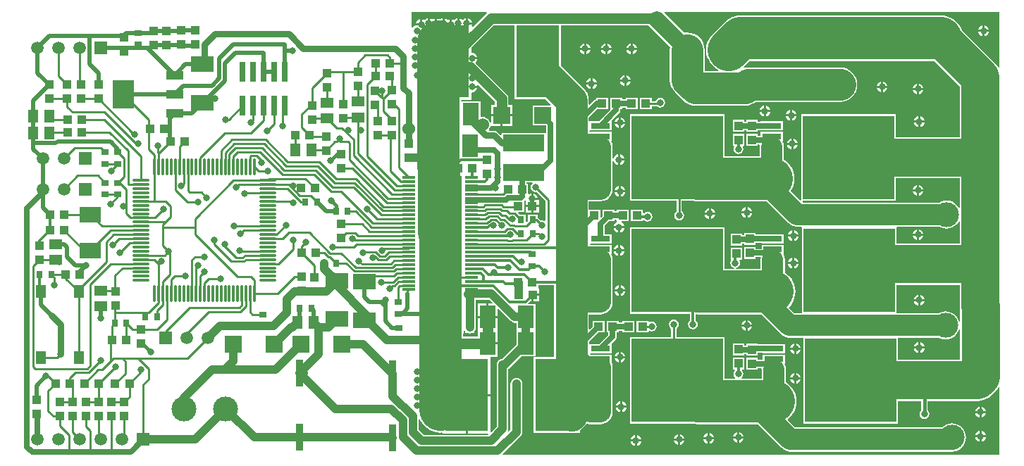
<source format=gtl>
%FSTAX23Y23*%
%MOIN*%
%SFA1B1*%

%IPPOS*%
%ADD10R,0.089960X0.029530*%
%ADD11R,0.433070X0.397440*%
%ADD12R,0.106300X0.074800*%
%ADD13R,0.035430X0.031500*%
%ADD14R,0.031500X0.035430*%
%ADD15R,0.043310X0.039370*%
%ADD16R,0.074800X0.106300*%
%ADD17R,0.196850X0.078740*%
%ADD18R,0.078740X0.078740*%
%ADD19R,0.039370X0.043310*%
%ADD20R,0.061020X0.011810*%
%ADD21R,0.200790X0.551180*%
%ADD22R,0.059050X0.051180*%
%ADD23R,0.051180X0.059050*%
%ADD24R,0.037400X0.125980*%
%ADD25R,0.078740X0.039370*%
%ADD26R,0.098420X0.137800*%
%ADD27R,0.051180X0.061020*%
%ADD28R,0.102360X0.074800*%
%ADD29O,0.011810X0.082680*%
%ADD30O,0.082680X0.011810*%
%ADD31R,0.031500X0.094490*%
%ADD32R,0.204720X0.344490*%
%ADD33R,0.078740X0.078740*%
%ADD34C,0.150000*%
%ADD35C,0.050000*%
%ADD36C,0.200000*%
%ADD37C,0.012000*%
%ADD38C,0.040000*%
%ADD39C,0.020000*%
%ADD40C,0.010000*%
%ADD41C,0.100000*%
%ADD42C,0.030000*%
%ADD43C,0.019680*%
%ADD44C,0.180000*%
%ADD45C,0.025000*%
%ADD46C,0.015000*%
%ADD47C,0.080000*%
%ADD48R,0.059050X0.059050*%
%ADD49C,0.059050*%
%ADD50C,0.118110*%
%ADD51O,0.078740X0.059050*%
%ADD52C,0.060000*%
%ADD53C,0.031500*%
%ADD54C,0.023620*%
%LNpcbbldcdriver-1*%
%LPD*%
G36*
X06027Y03058D02*
X06022Y03057D01*
X0602Y03061*
X06011Y03071*
X06001Y0308*
X0599Y03086*
X05977Y0309*
X05965Y03091*
X05952Y0309*
X05939Y03086*
X05932Y03082*
X05284*
X05283Y03084*
X05285Y03089*
X05723*
Y03197*
X06027*
Y03058*
G37*
G36*
X0392Y0357D02*
X04067D01*
X04092Y03545*
X0409Y03541*
X04008*
Y03448*
X04068*
X0407Y03446*
Y03411*
X03859*
Y03403*
X03854Y03401*
X0384Y03415*
X03833Y0342*
X03825Y03422*
X03801*
X03799Y03427*
X03802Y03431*
X03806Y0344*
X03806Y03443*
X0381Y03445*
X03855*
Y0349*
X0381*
Y03461*
X03805Y0346*
X03802Y03468*
X03796Y03476*
X03788Y03482*
X03779Y03486*
X0377Y03487*
X03764Y03486*
X03759Y0349*
Y0356*
X03671*
X03668Y03564*
X03669Y03567*
X03717*
Y03601*
X0372Y03604*
X03726Y03604*
X03732Y03607*
X03738Y03611*
X03742Y03617*
X03745Y03623*
X03745Y03625*
X0372*
Y03635*
X03745*
X03745Y03636*
X03744Y03637*
X03748Y0364*
X03827Y03561*
Y03544*
X0381*
Y035*
X03909*
Y03544*
X03892*
Y03575*
X03891Y03583*
X03887Y03591*
X03882Y03597*
X03738Y03742*
X03738Y03746*
X03742Y03752*
X03745Y03758*
X03745Y0376*
X0372*
Y0377*
X03745*
X03745Y03771*
X03742Y03777*
X03738Y03783*
X03732Y03787*
X03726Y0379*
X0372Y0379*
X03717Y03793*
Y03816*
X03822Y03921*
X0392*
Y0357*
G37*
G36*
X06028Y02481D02*
Y02337D01*
X05733*
Y02442*
X05927*
X05934Y02438*
X05947Y02434*
X0596Y02433*
X05972Y02434*
X05985Y02438*
X05996Y02444*
X06006Y02453*
X06015Y02463*
X06021Y02474*
X06023Y02482*
X06028Y02481*
G37*
G36*
X06215Y0372D02*
X0621Y03719D01*
X06206Y03727*
X06193Y03741*
X06038Y03897*
X06033Y03908*
X06024Y03923*
X06013Y03935*
X06001Y03946*
X05986Y03955*
X05971Y03962*
X05954Y03966*
X05938Y03967*
X0499*
X04973Y03966*
X04956Y03962*
X0495Y03959*
X04941Y03955*
X04926Y03946*
X04914Y03935*
X04859Y0388*
X04848Y03868*
X04839Y03853*
X04832Y03838*
X04828Y03821*
X04827Y03805*
X04828Y03788*
X04832Y03771*
X04839Y03756*
X04848Y03741*
X04859Y03729*
X04871Y03718*
X04884Y0371*
X04883Y03705*
X0482*
Y03805*
X04818Y03821*
X04814Y03836*
X04806Y0385*
X04796Y03863*
X04783Y03873*
X04769Y03881*
X04754Y03885*
X04738Y03887*
X04724Y03886*
X0463Y0398*
X04632Y03985*
X06215*
Y0372*
G37*
G36*
X04561Y03914D02*
X04657Y03818D01*
X04655Y03805*
Y03661*
X04657Y03645*
X04662Y0363*
X04669Y03616*
X04679Y03603*
X04718Y03564*
X04731Y03554*
X04745Y03546*
X0476Y03542*
X04777Y0354*
X0501*
X05026Y03542*
X05041Y03546*
X05056Y03554*
X05059Y03557*
X0546*
X05476Y03559*
X05491Y03563*
X05505Y03571*
X05518Y03581*
X05528Y03594*
X05536Y03608*
X0554Y03623*
X05542Y0364*
X0554Y03656*
X05536Y03671*
X05528Y03685*
X05518Y03698*
X05505Y03708*
X05491Y03716*
X05476Y0372*
X0546Y03722*
X05027*
X05011Y0372*
X05007Y03719*
X05005Y03724*
X0501Y03729*
X05034Y03752*
X05907*
X06027Y03632*
Y03392*
X05723*
Y035*
X05276*
Y03094*
X05271Y03092*
X05227Y03136*
X05233Y03146*
X05239Y03161*
X05243Y03178*
X05245Y03195*
X05243Y03211*
X05239Y03228*
X05233Y03243*
X05224Y03258*
X05213Y0327*
X052Y03281*
X05195Y03285*
Y03345*
X05193Y03359*
X05188Y03371*
X05189Y03373*
Y03416*
X05085*
Y03397*
X05071*
Y03406*
X05018*
Y03349*
X05071*
Y03358*
X05078*
X05081Y03354*
X0508Y03345*
Y03302*
X04913*
Y035*
X04466*
Y03089*
X04687*
Y03039*
X04683Y03036*
X04678Y03028*
X04676Y0302*
X04678Y03011*
X04683Y03003*
X04691Y02998*
X047Y02996*
X04708Y02998*
X04716Y03003*
X04721Y03011*
X04723Y0302*
X04721Y03028*
X04716Y03036*
X04712Y03039*
Y03089*
X04772*
X04773Y03088*
X0479Y03087*
X05113*
X05217Y02984*
X05229Y02975*
X05242Y02969*
X05257Y02967*
X05277*
X05281Y02965*
Y02557*
X05243*
X05218Y02582*
X05218Y02584*
X05229Y02596*
X05238Y02611*
X05244Y02626*
X05248Y02643*
X0525Y0266*
X05248Y02676*
X05244Y02693*
X05238Y02708*
X05229Y02723*
X05218Y02735*
X05205Y02746*
X052Y0275*
Y0281*
X05198Y02824*
X05193Y02836*
X05194Y02838*
Y02881*
X0509*
Y02862*
X05061*
Y02871*
X05008*
Y02814*
X05061*
Y02823*
X05083*
X05086Y02819*
X05085Y0281*
Y02767*
X04968*
X04967Y02772*
X04973Y02773*
X04981Y02778*
X04986Y02786*
X04988Y02795*
X04986Y02803*
X04984Y02806*
X04986Y02811*
X04996*
Y02868*
X04943*
Y02811*
X04945Y02806*
X04943Y02803*
X04941Y02795*
X04943Y02786*
X04948Y02778*
X04956Y02773*
X04962Y02772*
X04961Y02767*
X04913*
Y02965*
X04466*
Y02554*
X04751*
Y02523*
X04748Y02521*
X04743Y02513*
X04741Y02505*
X04743Y02496*
X04748Y02488*
X04756Y02483*
X04765Y02481*
X04773Y02483*
X04781Y02488*
X04786Y02496*
X04788Y02505*
X04786Y02513*
X04781Y02521*
X04778Y02523*
Y02549*
X04781Y02553*
X0479Y02552*
X05086*
X05179Y02459*
X05191Y0245*
X05205Y02444*
X0522Y02442*
X05286*
Y02034*
X05733*
Y02142*
X05845*
Y02097*
X05843Y02096*
X05838Y02088*
X05836Y0208*
X05838Y02071*
X05843Y02063*
X05851Y02058*
X0586Y02056*
X05868Y02058*
X05876Y02063*
X05881Y02071*
X05883Y0208*
X05881Y02088*
X05876Y02096*
X05874Y02097*
Y02142*
X06109*
X06128Y02144*
X06146Y02149*
X06163Y02158*
X06178Y02171*
X06194Y02188*
X06207Y02202*
X0621Y02208*
X06215Y02207*
Y01887*
X03867*
X03865Y01892*
X03949Y01975*
X03953Y01981*
X03956Y01987*
X03957Y01995*
Y0211*
X03958Y02115*
X03957Y02119*
Y02145*
X03958Y0215*
X03957Y02154*
Y0218*
X03958Y02185*
X03957Y02189*
Y0222*
X03958Y02225*
X03956Y02233*
X03954Y02237*
X03953Y02238*
X03949Y02244*
X03943Y02248*
X03937Y02251*
X0393Y02252*
X03922Y02251*
X03916Y02248*
X0391Y02244*
X03906Y02238*
X03903Y02232*
X03902Y02225*
Y02006*
X03894Y01998*
X0389Y02001*
X03891Y02002*
X03892Y0201*
Y02294*
X03894Y02295*
X03953Y02354*
X04019*
Y02475*
Y02479*
Y026*
X03987*
X03985Y02605*
X03995Y02615*
X04001*
Y02645*
X04006*
Y0265*
X04038*
Y02674*
X04036*
X04033Y02678*
Y02691*
X04107*
Y02349*
X0401*
Y0199*
X04229*
Y02003*
X04235Y02006*
X04248Y02016*
X04258Y02029*
X04262Y02035*
X04265Y02034*
X0428Y02032*
X04327*
X04342Y02034*
X04356Y0204*
X04368Y02049*
X04377Y02061*
X04383Y02075*
X04385Y0209*
Y0214*
Y0219*
Y0229*
Y02302*
X04383Y02317*
X04379Y02326*
Y02361*
X0428*
X04279Y02361*
X04278Y02363*
X04279Y02365*
X0428Y02368*
X04379*
Y02411*
X04381Y02415*
X04399Y02433*
X04403Y02439*
X04404Y02447*
Y02468*
X04413*
Y02475*
X04431*
Y02468*
X04488*
Y02521*
X04431*
Y02514*
X04413*
Y02521*
X04356*
Y02468*
X04365*
Y02455*
X04321Y02411*
X04275*
X04274Y02416*
Y02423*
X04319Y02468*
X04346*
Y02521*
X04289*
Y02494*
X04277Y02482*
X04272Y02483*
Y0255*
X04275Y02552*
X04327*
X04342Y02554*
X04356Y0256*
X04368Y02569*
X04377Y02581*
X04383Y02595*
X04385Y0261*
Y0266*
Y0271*
Y0281*
X04383Y02824*
X04378Y02836*
X04379Y02838*
Y02881*
X0428*
X04279Y02881*
X04278Y02883*
X04281Y02888*
X04379*
Y02931*
X04347*
Y02972*
X04368Y02993*
X04393*
Y03*
X044*
X04404Y02996*
Y02993*
X04404Y02988*
X04402Y02987*
X04396Y02983*
X04392Y02977*
X04389Y02971*
X04389Y0297*
X0444*
X0444Y02971*
X04437Y02977*
X04433Y02983*
X04427Y02987*
X04426Y02988*
X04426Y02993*
X04461*
Y03046*
X04404*
Y03039*
X04393*
Y03046*
X04336*
Y03017*
X04331Y03012*
X04326Y03014*
Y03046*
X04272*
Y03087*
X04327*
X04342Y03089*
X04356Y03095*
X04368Y03104*
X04377Y03116*
X04383Y0313*
X04385Y03145*
Y03195*
Y03245*
Y03277*
X04389Y03278*
X04392Y03272*
X04396Y03266*
X04402Y03262*
X04408Y03259*
X0441Y03259*
Y03285*
Y0331*
X04408Y0331*
X04402Y03307*
X04396Y03303*
X04392Y03297*
X04389Y03291*
X04385Y03292*
Y03345*
X04383Y03359*
X04378Y03371*
X04379Y03373*
Y03416*
X04277*
X04275Y0342*
X04276Y03422*
X04277Y03423*
X04379*
Y03466*
X04381Y0347*
X04415Y03505*
X0442Y03511*
X04421Y03519*
Y03523*
X0443*
Y0353*
X04446*
Y03523*
X04503*
Y03576*
X04446*
Y03569*
X0443*
Y03576*
X04373*
Y03523*
X04373*
X04374Y03519*
X04321Y03466*
X04277*
X04275*
X04272Y0347*
Y03484*
X04311Y03523*
X04363*
Y03576*
X04306*
Y03569*
X04302Y03568*
X04295Y03564*
X04277Y03545*
X04272Y03547*
Y03565*
X0427Y03581*
X04266Y03596*
X04258Y0361*
X04248Y03623*
X04139Y03732*
Y03921*
X04555*
X04561Y03914*
G37*
G36*
X06027Y02591D02*
X06028Y0258D01*
Y02518*
X06023Y02517*
X06021Y02525*
X06015Y02536*
X06006Y02546*
X05996Y02555*
X05985Y02561*
X05972Y02565*
X0596Y02566*
X05947Y02565*
X05934Y02561*
X05927Y02557*
X05728*
Y02692*
X06027*
Y02591*
G37*
G36*
Y02991D02*
Y02887D01*
X05728*
Y02965*
X05732Y02967*
X05932*
X05939Y02963*
X05952Y02959*
X05965Y02958*
X05977Y02959*
X0599Y02963*
X06001Y02969*
X06011Y02978*
X0602Y02988*
X06022Y02992*
X06027Y02991*
G37*
G36*
X0379Y0398D02*
X03786Y03977D01*
X03724Y03915*
X03718Y03916*
X03717Y03917*
X0372Y03923*
X0372Y03925*
X03695*
Y0393*
X0369*
Y03955*
X03688Y03955*
X03682Y03952*
X03676Y03948*
X03673*
X03667Y03952*
X03661Y03955*
X0366Y03955*
Y0393*
X0365*
Y03955*
X03648Y03955*
X03642Y03952*
X03636Y03948*
X03634Y03946*
X03632Y03947*
X03626Y0395*
X03625Y0395*
Y03925*
X03615*
Y0395*
X03613Y0395*
X03607Y03947*
X03605Y03946*
X03603Y03948*
X03597Y03952*
X03591Y03955*
X0359Y03955*
Y0393*
X0358*
Y03955*
X03578Y03955*
X03572Y03952*
X0357Y03951*
X03563Y03952*
X03562Y03952*
X03556Y03955*
X03555Y03955*
Y0393*
X03545*
Y03955*
X03543Y03955*
X03537Y03952*
X03532Y03949*
X03527Y03952*
X03521Y03955*
X0352Y03955*
Y0393*
X0351*
Y03955*
X03508Y03955*
X03502Y03952*
X03496Y03948*
X03494Y03946*
X03492Y03947*
X03486Y0395*
X03485Y0395*
Y03925*
X0348*
Y0392*
X03453*
X03447Y03917*
X03441Y03913*
X0344Y03911*
X03435Y03912*
Y03985*
X03788*
X0379Y0398*
G37*
G36*
X03816Y02607D02*
X03814Y02603D01*
X03798*
Y02545*
X03841*
Y02576*
X03845Y02578*
X03903Y0252*
X03909Y02516*
X03915Y02513*
X03922Y02512*
X0393*
Y02479*
Y02475*
Y02409*
X03863Y02342*
X03857Y02341*
X03851Y02338*
X03845Y02334*
X03841Y02328*
X03838Y02322*
X03837Y02315*
Y02021*
X03811Y01995*
X03807Y01997*
Y02165*
X037*
Y01987*
X03793*
X03796Y01982*
X03795Y01981*
X03492*
X03467Y02006*
Y02055*
X03472Y02056*
X03474Y02051*
X03483Y02036*
X03494Y02024*
X03506Y02013*
X03521Y02004*
X03536Y01997*
X03553Y01993*
X0357Y01992*
X03578Y01993*
X03582Y01989*
Y01987*
X0369*
Y0217*
X03695*
Y02175*
X03807*
Y02351*
X03841*
Y0241*
X03793*
Y0242*
X03841*
Y02476*
Y02535*
X03793*
X03746*
Y02476*
Y02447*
X03677*
Y02462*
X0368*
Y02473*
X03685Y02475*
X03687Y02473*
Y02465*
X03699*
X03702Y02463*
X0371Y02462*
X03717Y02463*
X0372Y02465*
X03732*
Y02475*
X03733Y02476*
X03736Y02482*
X03737Y0249*
Y02518*
X03738*
Y02571*
X03737*
Y02622*
X03801*
X03816Y02607*
G37*
G36*
X04006Y03173D02*
X04003Y03171D01*
X03998Y03163*
X03996Y03155*
X03998Y03146*
X04003Y03138*
X04011Y03133*
X0402Y03131*
X04024Y03132*
X04067Y03089*
Y02996*
X04062Y02993*
X04058Y02996*
X0405Y02998*
X04045Y02997*
X04033Y03008*
X0403Y0301*
Y03024*
X03984*
Y02994*
X03979Y02989*
X03975Y02991*
Y03024*
X03946*
X03937Y03033*
X03939Y03038*
X03966*
Y03091*
X03968Y03092*
X03969Y03092*
X03973Y03089*
Y0307*
X04005*
X04036*
Y03094*
X04034*
X04033Y03095*
X04005*
Y031*
X04*
Y03125*
X03998Y03125*
X03992Y03122*
X0399Y03121*
X03985Y03123*
Y03171*
X03976*
Y03178*
X04005*
X04006Y03173*
G37*
%LNpcbbldcdriver-2*%
%LPC*%
G36*
X05825Y03165D02*
X05823Y03165D01*
X05817Y03162*
X05811Y03158*
X05807Y03152*
X05804Y03146*
X05804Y03145*
X05825*
Y03165*
G37*
G36*
Y03135D02*
X05804D01*
X05804Y03133*
X05807Y03127*
X05811Y03121*
X05817Y03117*
X05823Y03114*
X05825Y03114*
Y03135*
G37*
G36*
X05855D02*
X05835D01*
Y03114*
X05836Y03114*
X05842Y03117*
X05848Y03121*
X05852Y03127*
X05855Y03133*
X05855Y03135*
G37*
G36*
X05835Y03165D02*
Y03145D01*
X05855*
X05855Y03146*
X05852Y03152*
X05848Y03158*
X05842Y03162*
X05836Y03165*
X05835Y03165*
G37*
G36*
X03909Y0349D02*
X03865D01*
Y03445*
X03909*
Y0349*
G37*
G36*
X0583Y0242D02*
X05828Y0242D01*
X05822Y02417*
X05816Y02413*
X05812Y02407*
X05809Y02401*
X05809Y024*
X0583*
Y0242*
G37*
G36*
X0584D02*
Y024D01*
X0586*
X0586Y02401*
X05857Y02407*
X05853Y02413*
X05847Y02417*
X05841Y0242*
X0584Y0242*
G37*
G36*
X0586Y0239D02*
X0584D01*
Y02369*
X05841Y02369*
X05847Y02372*
X05853Y02376*
X05857Y02382*
X0586Y02388*
X0586Y0239*
G37*
G36*
X0583D02*
X05809D01*
X05809Y02388*
X05812Y02382*
X05816Y02376*
X05822Y02372*
X05828Y02369*
X0583Y02369*
Y0239*
G37*
G36*
X06135Y0389D02*
X06114D01*
X06114Y03888*
X06117Y03882*
X06121Y03876*
X06127Y03872*
X06133Y03869*
X06135Y03869*
Y0389*
G37*
G36*
X06145Y0392D02*
Y039D01*
X06165*
X06165Y03901*
X06162Y03907*
X06158Y03913*
X06152Y03917*
X06146Y0392*
X06145Y0392*
G37*
G36*
X06165Y0389D02*
X06145D01*
Y03869*
X06146Y03869*
X06152Y03872*
X06158Y03876*
X06162Y03882*
X06165Y03888*
X06165Y0389*
G37*
G36*
X06135Y0392D02*
X06133Y0392D01*
X06127Y03917*
X06121Y03913*
X06117Y03907*
X06114Y03901*
X06114Y039*
X06135*
Y0392*
G37*
G36*
X04415Y0266D02*
X04394D01*
X04394Y02658*
X04397Y02652*
X04401Y02646*
X04407Y02642*
X04413Y02639*
X04415Y02639*
Y0266*
G37*
G36*
X04038Y0264D02*
X04011D01*
Y02615*
X04038*
Y0264*
G37*
G36*
X05245Y02415D02*
X05243Y02415D01*
X05237Y02412*
X05231Y02408*
X05227Y02402*
X05224Y02396*
X05224Y02395*
X05245*
Y02415*
G37*
G36*
X05255D02*
Y02395D01*
X05275*
X05275Y02396*
X05272Y02402*
X05268Y02408*
X05262Y02412*
X05256Y02415*
X05255Y02415*
G37*
G36*
X04555Y02521D02*
X04498D01*
Y02468*
X04555*
Y02471*
X04559Y02474*
X04561Y02473*
X0457Y02471*
X04578Y02473*
X04586Y02478*
X04591Y02486*
X04593Y02495*
X04591Y02503*
X04586Y02511*
X04578Y02516*
X0457Y02518*
X04561Y02516*
X04559Y02515*
X04555Y02518*
Y02521*
G37*
G36*
X05015Y02525D02*
X05013Y02525D01*
X05007Y02522*
X05001Y02518*
X04997Y02512*
X04994Y02506*
X04994Y02505*
X05015*
Y02525*
G37*
G36*
X05025D02*
Y02505D01*
X05045*
X05045Y02506*
X05042Y02512*
X05038Y02518*
X05032Y02522*
X05026Y02525*
X05025Y02525*
G37*
G36*
X05015Y02495D02*
X04994D01*
X04994Y02493*
X04997Y02487*
X05001Y02481*
X05007Y02477*
X05013Y02474*
X05015Y02474*
Y02495*
G37*
G36*
X05045D02*
X05025D01*
Y02474*
X05026Y02474*
X05032Y02477*
X05038Y02481*
X05042Y02487*
X05045Y02493*
X05045Y02495*
G37*
G36*
X05265Y0292D02*
X05245D01*
Y02899*
X05246Y02899*
X05252Y02902*
X05258Y02906*
X05262Y02912*
X05265Y02918*
X05265Y0292*
G37*
G36*
X0442Y0288D02*
Y0286D01*
X0444*
X0444Y02861*
X04437Y02867*
X04433Y02873*
X04427Y02877*
X04421Y0288*
X0442Y0288*
G37*
G36*
X05235Y0292D02*
X05214D01*
X05214Y02918*
X05217Y02912*
X05221Y02906*
X05227Y02902*
X05233Y02899*
X05235Y02899*
Y0292*
G37*
G36*
X05245Y0295D02*
Y0293D01*
X05265*
X05265Y02931*
X05262Y02937*
X05258Y02943*
X05252Y02947*
X05246Y0295*
X05245Y0295*
G37*
G36*
X05061Y02938D02*
X05008D01*
Y02926*
X04996*
Y02935*
X04943*
Y02878*
X04996*
Y02887*
X05008*
Y02881*
X05061*
Y0289*
X0509*
Y02888*
X05194*
Y02931*
X0509*
Y02929*
X05061*
Y02938*
G37*
G36*
X05235Y0295D02*
X05233Y0295D01*
X05227Y02947*
X05221Y02943*
X05217Y02937*
X05214Y02931*
X05214Y0293*
X05235*
Y0295*
G37*
G36*
Y0279D02*
X05214D01*
X05214Y02788*
X05217Y02782*
X05221Y02776*
X05227Y02772*
X05233Y02769*
X05235Y02769*
Y0279*
G37*
G36*
X05265D02*
X05245D01*
Y02769*
X05246Y02769*
X05252Y02772*
X05258Y02776*
X05262Y02782*
X05265Y02788*
X05265Y0279*
G37*
G36*
X04425Y0269D02*
Y0267D01*
X04445*
X04445Y02671*
X04442Y02677*
X04438Y02683*
X04432Y02687*
X04426Y0269*
X04425Y0269*
G37*
G36*
X04445Y0266D02*
X04425D01*
Y02639*
X04426Y02639*
X04432Y02642*
X04438Y02646*
X04442Y02652*
X04445Y02658*
X04445Y0266*
G37*
G36*
X04415Y0269D02*
X04413Y0269D01*
X04407Y02687*
X04401Y02683*
X04397Y02677*
X04394Y02671*
X04394Y0267*
X04415*
Y0269*
G37*
G36*
X0444Y0285D02*
X0442D01*
Y02829*
X04421Y02829*
X04427Y02832*
X04433Y02836*
X04437Y02842*
X0444Y02848*
X0444Y0285*
G37*
G36*
X0441Y0288D02*
X04408Y0288D01*
X04402Y02877*
X04396Y02873*
X04392Y02867*
X04389Y02861*
X04389Y0286*
X0441*
Y0288*
G37*
G36*
Y0285D02*
X04389D01*
X04389Y02848*
X04392Y02842*
X04396Y02836*
X04402Y02832*
X04408Y02829*
X0441Y02829*
Y0285*
G37*
G36*
X05235Y0282D02*
X05233Y0282D01*
X05227Y02817*
X05221Y02813*
X05217Y02807*
X05214Y02801*
X05214Y028*
X05235*
Y0282*
G37*
G36*
X05245D02*
Y028D01*
X05265*
X05265Y02801*
X05262Y02807*
X05258Y02813*
X05252Y02817*
X05246Y0282*
X05245Y0282*
G37*
G36*
X04695Y01985D02*
X04693Y01985D01*
X04687Y01982*
X04681Y01978*
X04677Y01972*
X04674Y01966*
X04674Y01965*
X04695*
Y01985*
G37*
G36*
X04705D02*
Y01965D01*
X04725*
X04725Y01966*
X04722Y01972*
X04718Y01978*
X04712Y01982*
X04706Y01985*
X04705Y01985*
G37*
G36*
X045Y0198D02*
Y0196D01*
X0452*
X0452Y01961*
X04517Y01967*
X04513Y01973*
X04507Y01977*
X04501Y0198*
X045Y0198*
G37*
G36*
X0615Y0197D02*
X0613D01*
Y01949*
X06131Y01949*
X06137Y01952*
X06143Y01956*
X06147Y01962*
X0615Y01968*
X0615Y0197*
G37*
G36*
X0449Y0198D02*
X04488Y0198D01*
X04482Y01977*
X04476Y01973*
X04472Y01967*
X04469Y01961*
X04469Y0196*
X0449*
Y0198*
G37*
G36*
X04985Y01995D02*
Y01975D01*
X05005*
X05005Y01976*
X05002Y01982*
X04998Y01988*
X04992Y01992*
X04986Y01995*
X04985Y01995*
G37*
G36*
X0612Y02D02*
X06118Y02D01*
X06112Y01997*
X06106Y01993*
X06102Y01987*
X06099Y01981*
X06099Y0198*
X0612*
Y02*
G37*
G36*
X04975Y01995D02*
X04973Y01995D01*
X04967Y01992*
X04961Y01988*
X04957Y01982*
X04954Y01976*
X04954Y01975*
X04975*
Y01995*
G37*
G36*
X04835Y0199D02*
X04833Y0199D01*
X04827Y01987*
X04821Y01983*
X04817Y01977*
X04814Y01971*
X04814Y0197*
X04835*
Y0199*
G37*
G36*
X04845D02*
Y0197D01*
X04865*
X04865Y01971*
X04862Y01977*
X04858Y01983*
X04852Y01987*
X04846Y0199*
X04845Y0199*
G37*
G36*
X04695Y01955D02*
X04674D01*
X04674Y01953*
X04677Y01947*
X04681Y01941*
X04687Y01937*
X04693Y01934*
X04695Y01934*
Y01955*
G37*
G36*
X04725D02*
X04705D01*
Y01934*
X04706Y01934*
X04712Y01937*
X04718Y01941*
X04722Y01947*
X04725Y01953*
X04725Y01955*
G37*
G36*
X0452Y0195D02*
X045D01*
Y01929*
X04501Y01929*
X04507Y01932*
X04513Y01936*
X04517Y01942*
X0452Y01948*
X0452Y0195*
G37*
G36*
X04675Y02528D02*
X04666Y02526D01*
X04658Y02521*
X04653Y02513*
X04651Y02505*
X04653Y02496*
X04658Y02488*
X04662Y02485*
Y02445*
X04466*
Y02034*
X04772*
X04773Y02033*
X0479Y02032*
X05071*
X05184Y01919*
X05196Y0191*
X0521Y01904*
X05225Y01902*
X05995*
X06Y01903*
X06006Y01903*
X06008Y01904*
X06009Y01904*
X06015Y01906*
X0602Y01908*
X06022Y01909*
X06023Y0191*
X06028Y01913*
X06033Y01916*
X06034Y01918*
X06035Y01919*
X06039Y01923*
X06042Y01928*
X06043Y01929*
X06044Y01931*
X06046Y01936*
X06051Y01944*
X06055Y01957*
X06056Y0197*
X06055Y01982*
X06051Y01995*
X06045Y02006*
X06036Y02016*
X06026Y02025*
X06015Y02031*
X06002Y02035*
X0599Y02036*
X05977Y02035*
X05964Y02031*
X05953Y02025*
X05943Y02017*
X05248*
X05214Y02051*
X05214Y02056*
X05223Y02064*
X05234Y02076*
X05243Y02091*
X05249Y02106*
X05253Y02123*
X05255Y0214*
X05253Y02156*
X05249Y02173*
X05243Y02188*
X05234Y02203*
X05223Y02215*
X0521Y02226*
X05205Y0223*
Y0229*
X05203Y02304*
X05198Y02316*
X05199Y02318*
Y02361*
X05095*
Y02337*
X05071*
Y02346*
X05018*
Y02289*
X05071*
Y02298*
X05087*
X0509Y02294*
X0509Y0229*
Y02247*
X04996*
X04994Y02252*
X04996Y02253*
X05001Y02261*
X05003Y0227*
X05001Y02278*
X04996Y02286*
X04998Y02291*
X05006*
Y02348*
X04953*
Y02291*
X04962*
X04963Y02286*
X04958Y02278*
X04956Y0227*
X04958Y02261*
X04963Y02253*
X04965Y02252*
X04963Y02247*
X04913*
Y02445*
X04687*
Y02485*
X04691Y02488*
X04696Y02496*
X04698Y02505*
X04696Y02513*
X04691Y02521*
X04683Y02526*
X04675Y02528*
G37*
G36*
X0449Y0195D02*
X04469D01*
X04469Y01948*
X04472Y01942*
X04476Y01936*
X04482Y01932*
X04488Y01929*
X0449Y01929*
Y0195*
G37*
G36*
X05005Y01965D02*
X04985D01*
Y01944*
X04986Y01944*
X04992Y01947*
X04998Y01951*
X05002Y01957*
X05005Y01963*
X05005Y01965*
G37*
G36*
X0612Y0197D02*
X06099D01*
X06099Y01968*
X06102Y01962*
X06106Y01956*
X06112Y01952*
X06118Y01949*
X0612Y01949*
Y0197*
G37*
G36*
X04975Y01965D02*
X04954D01*
X04954Y01963*
X04957Y01957*
X04961Y01951*
X04967Y01947*
X04973Y01944*
X04975Y01944*
Y01965*
G37*
G36*
X04835Y0196D02*
X04814D01*
X04814Y01958*
X04817Y01952*
X04821Y01946*
X04827Y01942*
X04833Y01939*
X04835Y01939*
Y0196*
G37*
G36*
X04865D02*
X04845D01*
Y01939*
X04846Y01939*
X04852Y01942*
X04858Y01946*
X04862Y01952*
X04865Y01958*
X04865Y0196*
G37*
G36*
X0613Y02D02*
Y0198D01*
X0615*
X0615Y01981*
X06147Y01987*
X06143Y01993*
X06137Y01997*
X06131Y02*
X0613Y02*
G37*
G36*
X04445Y02345D02*
X04425D01*
Y02324*
X04426Y02324*
X04432Y02327*
X04438Y02331*
X04442Y02337*
X04445Y02343*
X04445Y02345*
G37*
G36*
X04415Y02375D02*
X04413Y02375D01*
X04407Y02372*
X04401Y02368*
X04397Y02362*
X04394Y02356*
X04394Y02355*
X04415*
Y02375*
G37*
G36*
Y02345D02*
X04394D01*
X04394Y02343*
X04397Y02337*
X04401Y02331*
X04407Y02327*
X04413Y02324*
X04415Y02324*
Y02345*
G37*
G36*
X05245Y02275D02*
X05243Y02275D01*
X05237Y02272*
X05231Y02268*
X05227Y02262*
X05224Y02256*
X05224Y02255*
X05245*
Y02275*
G37*
G36*
X05255D02*
Y02255D01*
X05275*
X05275Y02256*
X05272Y02262*
X05268Y02268*
X05262Y02272*
X05256Y02275*
X05255Y02275*
G37*
G36*
X05006Y02415D02*
X04953D01*
Y02358*
X05006*
Y02365*
X05018*
Y02356*
X05071*
Y0237*
X05095*
Y02368*
X05199*
Y02411*
X05095*
Y02409*
X05071*
Y02413*
X05018*
Y02404*
X05006*
Y02415*
G37*
G36*
X05275Y02385D02*
X05255D01*
Y02364*
X05256Y02364*
X05262Y02367*
X05268Y02371*
X05272Y02377*
X05275Y02383*
X05275Y02385*
G37*
G36*
X04425Y02375D02*
Y02355D01*
X04445*
X04445Y02356*
X04442Y02362*
X04438Y02368*
X04432Y02372*
X04426Y02375*
X04425Y02375*
G37*
G36*
X05245Y02385D02*
X05224D01*
X05224Y02383*
X05227Y02377*
X05231Y02371*
X05237Y02367*
X05243Y02364*
X05245Y02364*
Y02385*
G37*
G36*
X0445Y0211D02*
X0443D01*
Y02089*
X04431Y02089*
X04437Y02092*
X04443Y02096*
X04447Y02102*
X0445Y02108*
X0445Y0211*
G37*
G36*
X0612Y02115D02*
X06118Y02115D01*
X06112Y02112*
X06106Y02108*
X06102Y02102*
X06099Y02096*
X06099Y02095*
X0612*
Y02115*
G37*
G36*
X0442Y0211D02*
X04399D01*
X04399Y02108*
X04402Y02102*
X04406Y02096*
X04412Y02092*
X04418Y02089*
X0442Y02089*
Y0211*
G37*
G36*
X0612Y02085D02*
X06099D01*
X06099Y02083*
X06102Y02077*
X06106Y02071*
X06112Y02067*
X06118Y02064*
X0612Y02064*
Y02085*
G37*
G36*
X0615D02*
X0613D01*
Y02064*
X06131Y02064*
X06137Y02067*
X06143Y02071*
X06147Y02077*
X0615Y02083*
X0615Y02085*
G37*
G36*
X05245Y02245D02*
X05224D01*
X05224Y02243*
X05227Y02237*
X05231Y02231*
X05237Y02227*
X05243Y02224*
X05245Y02224*
Y02245*
G37*
G36*
X05275D02*
X05255D01*
Y02224*
X05256Y02224*
X05262Y02227*
X05268Y02231*
X05272Y02237*
X05275Y02243*
X05275Y02245*
G37*
G36*
X0443Y0214D02*
Y0212D01*
X0445*
X0445Y02121*
X04447Y02127*
X04443Y02133*
X04437Y02137*
X04431Y0214*
X0443Y0214*
G37*
G36*
X0613Y02115D02*
Y02095D01*
X0615*
X0615Y02096*
X06147Y02102*
X06143Y02108*
X06137Y02112*
X06131Y02115*
X0613Y02115*
G37*
G36*
X0442Y0214D02*
X04418Y0214D01*
X04412Y02137*
X04406Y02133*
X04402Y02127*
X04399Y02121*
X04399Y0212*
X0442*
Y0214*
G37*
G36*
X0441Y0296D02*
X04389D01*
X04389Y02958*
X04392Y02952*
X04396Y02946*
X04402Y02942*
X04408Y02939*
X0441Y02939*
Y0296*
G37*
G36*
X05835Y03645D02*
Y03625D01*
X05855*
X05855Y03626*
X05852Y03632*
X05848Y03638*
X05842Y03642*
X05836Y03645*
X05835Y03645*
G37*
G36*
X0444Y03655D02*
X04419D01*
X04419Y03653*
X04422Y03647*
X04426Y03641*
X04432Y03637*
X04438Y03634*
X0444Y03634*
Y03655*
G37*
G36*
X05825Y03645D02*
X05823Y03645D01*
X05817Y03642*
X05811Y03638*
X05807Y03632*
X05804Y03626*
X05804Y03625*
X05825*
Y03645*
G37*
G36*
X0428Y0364D02*
X04259D01*
X04259Y03638*
X04262Y03632*
X04266Y03626*
X04272Y03622*
X04278Y03619*
X0428Y03619*
Y0364*
G37*
G36*
X0431D02*
X0429D01*
Y03619*
X04291Y03619*
X04297Y03622*
X04303Y03626*
X04307Y03632*
X0431Y03638*
X0431Y0364*
G37*
G36*
X0428Y0367D02*
X04278Y0367D01*
X04272Y03667*
X04266Y03663*
X04262Y03657*
X04259Y03651*
X04259Y0365*
X0428*
Y0367*
G37*
G36*
X0429D02*
Y0365D01*
X0431*
X0431Y03651*
X04307Y03657*
X04303Y03663*
X04297Y03667*
X04291Y0367*
X0429Y0367*
G37*
G36*
X05665Y03655D02*
Y03635D01*
X05685*
X05685Y03636*
X05682Y03642*
X05678Y03648*
X05672Y03652*
X05666Y03655*
X05665Y03655*
G37*
G36*
X0447Y03655D02*
X0445D01*
Y03634*
X04451Y03634*
X04457Y03637*
X04463Y03641*
X04467Y03647*
X0447Y03653*
X0447Y03655*
G37*
G36*
X05655Y03655D02*
X05653Y03655D01*
X05647Y03652*
X05641Y03648*
X05637Y03642*
X05634Y03636*
X05634Y03635*
X05655*
Y03655*
G37*
G36*
X051Y0354D02*
X05098Y0354D01*
X05092Y03537*
X05086Y03533*
X05082Y03527*
X05079Y03521*
X05079Y0352*
X051*
Y0354*
G37*
G36*
X0511D02*
Y0352D01*
X0513*
X0513Y03521*
X05127Y03527*
X05123Y03533*
X05117Y03537*
X05111Y0354*
X0511Y0354*
G37*
G36*
X05235Y0352D02*
Y035D01*
X05255*
X05255Y03501*
X05252Y03507*
X05248Y03513*
X05242Y03517*
X05236Y0352*
X05235Y0352*
G37*
G36*
X0513Y0351D02*
X0511D01*
Y03489*
X05111Y03489*
X05117Y03492*
X05123Y03496*
X05127Y03502*
X0513Y03508*
X0513Y0351*
G37*
G36*
X05225Y0352D02*
X05223Y0352D01*
X05217Y03517*
X05211Y03513*
X05207Y03507*
X05204Y03501*
X05204Y035*
X05225*
Y0352*
G37*
G36*
X05655Y03625D02*
X05634D01*
X05634Y03623*
X05637Y03617*
X05641Y03611*
X05647Y03607*
X05653Y03604*
X05655Y03604*
Y03625*
G37*
G36*
X05685D02*
X05665D01*
Y03604*
X05666Y03604*
X05672Y03607*
X05678Y03611*
X05682Y03617*
X05685Y03623*
X05685Y03625*
G37*
G36*
X05855Y03615D02*
X05835D01*
Y03594*
X05836Y03594*
X05842Y03597*
X05848Y03601*
X05852Y03607*
X05855Y03613*
X05855Y03615*
G37*
G36*
X0461Y03578D02*
X04601Y03576D01*
X04593Y03571*
X04588Y03563*
X04588Y03562*
X0457*
Y03576*
X04513*
Y03523*
X0457*
Y03537*
X04594*
X04601Y03533*
X0461Y03531*
X04618Y03533*
X04626Y03538*
X04631Y03546*
X04633Y03555*
X04631Y03563*
X04626Y03571*
X04618Y03576*
X0461Y03578*
G37*
G36*
X05825Y03615D02*
X05804D01*
X05804Y03613*
X05807Y03607*
X05811Y03601*
X05817Y03597*
X05823Y03594*
X05825Y03594*
Y03615*
G37*
G36*
X0448Y03835D02*
Y03815D01*
X045*
X045Y03816*
X04497Y03822*
X04493Y03828*
X04487Y03832*
X04481Y03835*
X0448Y03835*
G37*
G36*
X0447D02*
X04468Y03835D01*
X04462Y03832*
X04456Y03828*
X04452Y03822*
X04449Y03816*
X04449Y03815*
X0447*
Y03835*
G37*
G36*
X0435D02*
X04348Y03835D01*
X04342Y03832*
X04336Y03828*
X04332Y03822*
X04329Y03816*
X04329Y03815*
X0435*
Y03835*
G37*
G36*
X0436D02*
Y03815D01*
X0438*
X0438Y03816*
X04377Y03822*
X04373Y03828*
X04367Y03832*
X04361Y03835*
X0436Y03835*
G37*
G36*
X0428Y03805D02*
X0426D01*
Y03784*
X04261Y03784*
X04267Y03787*
X04273Y03791*
X04277Y03797*
X0428Y03803*
X0428Y03805*
G37*
G36*
X0435D02*
X04329D01*
X04329Y03803*
X04332Y03797*
X04336Y03791*
X04342Y03787*
X04348Y03784*
X0435Y03784*
Y03805*
G37*
G36*
X0425D02*
X04229D01*
X04229Y03803*
X04232Y03797*
X04236Y03791*
X04242Y03787*
X04248Y03784*
X0425Y03784*
Y03805*
G37*
G36*
X0444Y03685D02*
X04438Y03685D01*
X04432Y03682*
X04426Y03678*
X04422Y03672*
X04419Y03666*
X04419Y03665*
X0444*
Y03685*
G37*
G36*
X0445D02*
Y03665D01*
X0447*
X0447Y03666*
X04467Y03672*
X04463Y03678*
X04457Y03682*
X04451Y03685*
X0445Y03685*
G37*
G36*
X0425Y03835D02*
X04248Y03835D01*
X04242Y03832*
X04236Y03828*
X04232Y03822*
X04229Y03816*
X04229Y03815*
X0425*
Y03835*
G37*
G36*
X0426D02*
Y03815D01*
X0428*
X0428Y03816*
X04277Y03822*
X04273Y03828*
X04267Y03832*
X04261Y03835*
X0426Y03835*
G37*
G36*
X045Y03805D02*
X0448D01*
Y03784*
X04481Y03784*
X04487Y03787*
X04493Y03791*
X04497Y03797*
X045Y03803*
X045Y03805*
G37*
G36*
X0438D02*
X0436D01*
Y03784*
X04361Y03784*
X04367Y03787*
X04373Y03791*
X04377Y03797*
X0438Y03803*
X0438Y03805*
G37*
G36*
X0447D02*
X04449D01*
X04449Y03803*
X04452Y03797*
X04456Y03791*
X04462Y03787*
X04468Y03784*
X0447Y03784*
Y03805*
G37*
G36*
X051Y0351D02*
X05079D01*
X05079Y03508*
X05082Y03502*
X05086Y03496*
X05092Y03492*
X05098Y03489*
X051Y03489*
Y0351*
G37*
G36*
X04415Y0313D02*
X04394D01*
X04394Y03128*
X04397Y03122*
X04401Y03116*
X04407Y03112*
X04413Y03109*
X04415Y03109*
Y0313*
G37*
G36*
X04445D02*
X04425D01*
Y03109*
X04426Y03109*
X04432Y03112*
X04438Y03116*
X04442Y03122*
X04445Y03128*
X04445Y0313*
G37*
G36*
X05015Y0306D02*
X05013Y0306D01*
X05007Y03057*
X05001Y03053*
X04997Y03047*
X04994Y03041*
X04994Y0304*
X05015*
Y0306*
G37*
G36*
X05025D02*
Y0304D01*
X05045*
X05045Y03041*
X05042Y03047*
X05038Y03053*
X05032Y03057*
X05026Y0306*
X05025Y0306*
G37*
G36*
X04425Y0316D02*
Y0314D01*
X04445*
X04445Y03141*
X04442Y03147*
X04438Y03153*
X04432Y03157*
X04426Y0316*
X04425Y0316*
G37*
G36*
X04415D02*
X04413Y0316D01*
X04407Y03157*
X04401Y03153*
X04397Y03147*
X04394Y03141*
X04394Y0314*
X04415*
Y0316*
G37*
G36*
X0487Y03025D02*
X0485D01*
Y03004*
X04851Y03004*
X04857Y03007*
X04863Y03011*
X04867Y03017*
X0487Y03023*
X0487Y03025*
G37*
G36*
X05015Y0303D02*
X04994D01*
X04994Y03028*
X04997Y03022*
X05001Y03016*
X05007Y03012*
X05013Y03009*
X05015Y03009*
Y0303*
G37*
G36*
X0484Y03025D02*
X04819D01*
X04819Y03023*
X04822Y03017*
X04826Y03011*
X04832Y03007*
X04838Y03004*
X0484Y03004*
Y03025*
G37*
G36*
X0444Y0296D02*
X0442D01*
Y02939*
X04421Y02939*
X04427Y02942*
X04433Y02946*
X04437Y02952*
X0444Y02958*
X0444Y0296*
G37*
G36*
X04528Y03046D02*
X04471D01*
Y02993*
X04528*
Y02997*
X04533Y02998*
X04541Y02993*
X0455Y02991*
X04558Y02993*
X04566Y02998*
X04571Y03006*
X04573Y03015*
X04571Y03023*
X04566Y03031*
X04558Y03036*
X0455Y03038*
X04541Y03036*
X04533Y03031*
X04528Y03033*
Y03046*
G37*
G36*
X0485Y03055D02*
Y03035D01*
X0487*
X0487Y03036*
X04867Y03042*
X04863Y03048*
X04857Y03052*
X04851Y03055*
X0485Y03055*
G37*
G36*
X05045Y0303D02*
X05025D01*
Y03009*
X05026Y03009*
X05032Y03012*
X05038Y03016*
X05042Y03022*
X05045Y03028*
X05045Y0303*
G37*
G36*
X0484Y03055D02*
X04838Y03055D01*
X04832Y03052*
X04826Y03048*
X04822Y03042*
X04819Y03036*
X04819Y03035*
X0484*
Y03055*
G37*
G36*
X05071Y03473D02*
X05018D01*
Y03464*
X05006*
Y03473*
X04953*
Y03416*
X05006*
Y03425*
X05018*
Y03416*
X05071*
Y03425*
X05085*
Y03423*
X05189*
Y03466*
X05085*
Y03464*
X05071*
Y03473*
G37*
G36*
X04415Y03485D02*
X04413Y03485D01*
X04407Y03482*
X04401Y03478*
X04397Y03472*
X04394Y03466*
X04394Y03465*
X04415*
Y03485*
G37*
G36*
X0583Y0346D02*
X05809D01*
X05809Y03458*
X05812Y03452*
X05816Y03446*
X05822Y03442*
X05828Y03439*
X0583Y03439*
Y0346*
G37*
G36*
X0586D02*
X0584D01*
Y03439*
X05841Y03439*
X05847Y03442*
X05853Y03446*
X05857Y03452*
X0586Y03458*
X0586Y0346*
G37*
G36*
X0583Y0349D02*
X05828Y0349D01*
X05822Y03487*
X05816Y03483*
X05812Y03477*
X05809Y03471*
X05809Y0347*
X0583*
Y0349*
G37*
G36*
X0584D02*
Y0347D01*
X0586*
X0586Y03471*
X05857Y03477*
X05853Y03483*
X05847Y03487*
X05841Y0349*
X0584Y0349*
G37*
G36*
X05255Y0349D02*
X05235D01*
Y03469*
X05236Y03469*
X05242Y03472*
X05248Y03476*
X05252Y03482*
X05255Y03488*
X05255Y0349*
G37*
G36*
X04425Y03485D02*
Y03465D01*
X04445*
X04445Y03466*
X04442Y03472*
X04438Y03478*
X04432Y03482*
X04426Y03485*
X04425Y03485*
G37*
G36*
X05225Y0349D02*
X05204D01*
X05204Y03488*
X05207Y03482*
X05211Y03476*
X05217Y03472*
X05223Y03469*
X05225Y03469*
Y0349*
G37*
G36*
X05006Y03406D02*
X04953D01*
Y03349*
X04956*
X04959Y03345*
X04958Y03343*
X04956Y03335*
X04958Y03326*
X04963Y03318*
X04971Y03313*
X0498Y03311*
X04988Y03313*
X04996Y03318*
X05001Y03326*
X05003Y03335*
X05001Y03343*
X05Y03345*
X05003Y03349*
X05006*
Y03406*
G37*
G36*
X0523Y03355D02*
X05209D01*
X05209Y03353*
X05212Y03347*
X05216Y03341*
X05222Y03337*
X05228Y03334*
X0523Y03334*
Y03355*
G37*
G36*
X0442Y0331D02*
Y0329D01*
X0444*
X0444Y03291*
X04437Y03297*
X04433Y03303*
X04427Y03307*
X04421Y0331*
X0442Y0331*
G37*
G36*
X0444Y0328D02*
X0442D01*
Y03259*
X04421Y03259*
X04427Y03262*
X04433Y03266*
X04437Y03272*
X0444Y03278*
X0444Y0328*
G37*
G36*
X04415Y03455D02*
X04394D01*
X04394Y03453*
X04397Y03447*
X04401Y03441*
X04407Y03437*
X04413Y03434*
X04415Y03434*
Y03455*
G37*
G36*
X04445D02*
X04425D01*
Y03434*
X04426Y03434*
X04432Y03437*
X04438Y03441*
X04442Y03447*
X04445Y03453*
X04445Y03455*
G37*
G36*
X0524Y03385D02*
Y03365D01*
X0526*
X0526Y03366*
X05257Y03372*
X05253Y03378*
X05247Y03382*
X05241Y03385*
X0524Y03385*
G37*
G36*
X0526Y03355D02*
X0524D01*
Y03334*
X05241Y03334*
X05247Y03337*
X05253Y03341*
X05257Y03347*
X0526Y03353*
X0526Y03355*
G37*
G36*
X0523Y03385D02*
X05228Y03385D01*
X05222Y03382*
X05216Y03378*
X05212Y03372*
X05209Y03366*
X05209Y03365*
X0523*
Y03385*
G37*
G36*
X0583Y02615D02*
X05809D01*
X05809Y02613*
X05812Y02607*
X05816Y02601*
X05822Y02597*
X05828Y02594*
X0583Y02594*
Y02615*
G37*
G36*
X0584Y02645D02*
Y02625D01*
X0586*
X0586Y02626*
X05857Y02632*
X05853Y02638*
X05847Y02642*
X05841Y02645*
X0584Y02645*
G37*
G36*
X0583D02*
X05828Y02645D01*
X05822Y02642*
X05816Y02638*
X05812Y02632*
X05809Y02626*
X05809Y02625*
X0583*
Y02645*
G37*
G36*
X0586Y02615D02*
X0584D01*
Y02594*
X05841Y02594*
X05847Y02597*
X05853Y02601*
X05857Y02607*
X0586Y02613*
X0586Y02615*
G37*
G36*
X05825Y02925D02*
X05804D01*
X05804Y02923*
X05807Y02917*
X05811Y02911*
X05817Y02907*
X05823Y02904*
X05825Y02904*
Y02925*
G37*
G36*
X05855D02*
X05835D01*
Y02904*
X05836Y02904*
X05842Y02907*
X05848Y02911*
X05852Y02917*
X05855Y02923*
X05855Y02925*
G37*
G36*
X05825Y02955D02*
X05823Y02955D01*
X05817Y02952*
X05811Y02948*
X05807Y02942*
X05804Y02936*
X05804Y02935*
X05825*
Y02955*
G37*
G36*
X05835D02*
Y02935D01*
X05855*
X05855Y02936*
X05852Y02942*
X05848Y02948*
X05842Y02952*
X05836Y02955*
X05835Y02955*
G37*
G36*
X03475Y0395D02*
X03473Y0395D01*
X03467Y03947*
X03461Y03943*
X03457Y03937*
X03454Y03931*
X03454Y0393*
X03475*
Y0395*
G37*
G36*
X037Y03955D02*
Y03935D01*
X0372*
X0372Y03936*
X03717Y03942*
X03713Y03948*
X03707Y03952*
X03701Y03955*
X037Y03955*
G37*
G36*
X03788Y02603D02*
X03746D01*
Y02545*
X03788*
Y02603*
G37*
G36*
X0401Y03125D02*
Y03105D01*
X0403*
X0403Y03106*
X04027Y03112*
X04023Y03118*
X04017Y03122*
X04011Y03125*
X0401Y03125*
G37*
G36*
X04Y0306D02*
X03973D01*
Y03035*
X04*
Y0306*
G37*
G36*
X04036D02*
X0401D01*
Y03035*
X04036*
Y0306*
G37*
%LNpcbbldcdriver-3*%
%LPD*%
G54D10*
X05147Y0239D03*
Y0234D03*
Y0229D03*
Y0219D03*
Y0214D03*
Y0209D03*
X05142Y0291D03*
Y0286D03*
Y0281D03*
Y0271D03*
Y0266D03*
Y0261D03*
X05137Y03445D03*
Y03395D03*
Y03345D03*
Y03245D03*
Y03195D03*
Y03145D03*
X04327Y03445D03*
Y03395D03*
Y03345D03*
Y03245D03*
Y03195D03*
Y03145D03*
Y0291D03*
Y0286D03*
Y0281D03*
Y0271D03*
Y0266D03*
Y0261D03*
Y0239D03*
Y0234D03*
Y0229D03*
Y0219D03*
Y0214D03*
Y0209D03*
G54D11*
X0551Y0224D03*
X05505Y0276D03*
X055Y03295D03*
X0469D03*
Y0276D03*
Y0224D03*
G54D12*
X0321Y02706D03*
Y02525D03*
X0308Y0253D03*
Y02711D03*
X02445Y03736D03*
Y03555D03*
G54D13*
X0337Y0261D03*
Y02555D03*
X03375Y02487D03*
Y02432D03*
X04005Y02837D03*
Y02782D03*
X0273Y02552D03*
Y02497D03*
X02045Y03119D03*
Y03175D03*
X01985Y03119D03*
Y03175D03*
Y03265D03*
Y0332D03*
X02045Y03265D03*
Y0332D03*
X0214Y03829D03*
Y03885D03*
G54D14*
X03654Y0249D03*
X0371D03*
X03952Y02935D03*
X04007D03*
X03952Y03D03*
X04007D03*
X02932Y03085D03*
X02987D03*
X03132Y0304D03*
X03077D03*
X03077Y02795D03*
X03022D03*
X02904Y0258D03*
X0296D03*
X02174Y0254D03*
X0223D03*
X02084Y0251D03*
X02029D03*
X0173Y0274D03*
X01674D03*
G54D15*
X03643Y02545D03*
X0371D03*
X0394Y02645D03*
X04006D03*
X04005Y02705D03*
X03938D03*
X04005Y03065D03*
X03938D03*
X03956Y03145D03*
X0389D03*
X03721Y03245D03*
X03655D03*
X03331Y0368D03*
X03265D03*
X03331Y0374D03*
X03265D03*
X02885Y034D03*
X02951D03*
X02976Y0315D03*
X0291D03*
X0298Y02845D03*
X02913D03*
X02099Y02225D03*
X02032D03*
X01954D03*
X01887D03*
X01816D03*
X01749D03*
X02017Y0243D03*
X02084D03*
X01865Y0274D03*
X01798D03*
X0179Y0295D03*
X01723D03*
X01874Y03415D03*
X01807D03*
X01874Y03475D03*
X01807D03*
X0179Y03025D03*
X01723D03*
X0236Y0337D03*
X02293D03*
X02198Y0343D03*
X02265D03*
X0446Y02495D03*
X04526D03*
X04318D03*
X04385D03*
X04433Y0302D03*
X045D03*
X04365D03*
X04298D03*
X04475Y0355D03*
X04541D03*
X04335D03*
X04401D03*
G54D16*
X03975Y02415D03*
X03793D03*
X03975Y0254D03*
X03793D03*
X0371Y0335D03*
X03528D03*
X03715Y035D03*
X03533D03*
G54D17*
X03965Y03225D03*
Y03365D03*
G54D18*
X04055Y03495D03*
X0386D03*
X03105Y0241D03*
X0291D03*
X02785D03*
X0259D03*
G54D19*
X0379Y03285D03*
Y03218D03*
X0342Y03361D03*
Y03295D03*
X0334Y03548D03*
Y03615D03*
Y034D03*
Y03466D03*
X03275D03*
Y034D03*
X0326Y03545D03*
Y03611D03*
X0318Y03635D03*
Y03701D03*
X0311Y03546D03*
Y0348D03*
X03035Y03628D03*
Y03695D03*
X02965Y03541D03*
Y03475D03*
X0303Y03395D03*
Y03328D03*
X031Y03245D03*
Y03311D03*
Y0298D03*
Y02913D03*
X02975Y02726D03*
Y0266D03*
X02915Y0273D03*
Y02663D03*
X02155Y02413D03*
Y0248D03*
X01769Y0207D03*
Y02136D03*
X01829Y0207D03*
Y02136D03*
X01894Y0207D03*
Y02136D03*
X01954Y0207D03*
Y02136D03*
X02014Y0207D03*
Y02136D03*
X02074Y0207D03*
Y02136D03*
X0166Y0208D03*
Y02146D03*
X02035Y02661D03*
Y02595D03*
X01675Y0281D03*
Y02876D03*
X0241Y0383D03*
Y03896D03*
X02345D03*
Y0383D03*
X02275Y03828D03*
Y03895D03*
X02215Y03828D03*
Y03895D03*
X02075Y03798D03*
Y03865D03*
X01954Y03573D03*
Y0364D03*
X01869D03*
Y03573D03*
X01804Y0364D03*
Y03573D03*
X01719D03*
Y0364D03*
X0498Y02386D03*
Y0232D03*
X05045Y02318D03*
Y02385D03*
X0497Y02906D03*
Y0284D03*
X05035Y02843D03*
Y0291D03*
X0498Y03445D03*
Y03378D03*
X05045D03*
Y03445D03*
G54D20*
X03422Y032D03*
Y03181D03*
Y03161D03*
Y03141D03*
Y03122D03*
Y03102D03*
Y03082D03*
Y03062D03*
Y03043D03*
Y03023D03*
Y03003D03*
Y02984D03*
Y02964D03*
Y02944D03*
Y02925D03*
Y02905D03*
Y02885D03*
Y02866D03*
Y02846D03*
Y02826D03*
Y02807D03*
Y02787D03*
Y02767D03*
Y02747D03*
Y02728D03*
Y02708D03*
Y02688D03*
Y02669D03*
X03717D03*
X03717Y02688D03*
X03717Y02708D03*
Y02728D03*
Y02747D03*
Y02767D03*
Y02787D03*
Y02807D03*
Y02826D03*
Y02846D03*
Y02866D03*
Y02885D03*
Y02905D03*
Y02925D03*
Y02944D03*
Y02964D03*
Y02984D03*
Y03003D03*
Y03023D03*
Y03043D03*
Y03062D03*
Y03082D03*
Y03102D03*
Y03122D03*
Y03141D03*
Y03161D03*
Y03181D03*
Y032D03*
G54D21*
X0357Y02935D03*
G54D22*
X0318Y03485D03*
Y03559D03*
X03035Y0348D03*
Y03554D03*
X01965Y0259D03*
Y02664D03*
X0175Y02884D03*
Y0281D03*
G54D23*
X0296Y0333D03*
X02885D03*
X02895Y02515D03*
X02969D03*
X01645Y0341D03*
X01719D03*
X01645Y0349D03*
X01719D03*
G54D24*
X03345Y0227D03*
Y01966D03*
X02905Y02273D03*
Y0197D03*
G54D25*
X02315Y03504D03*
Y03595D03*
Y03685D03*
G54D26*
X0207Y03595D03*
G54D27*
X01682Y0266D03*
X0186D03*
Y02347D03*
X01682D03*
G54D28*
X01915Y02855D03*
Y03024D03*
G54D29*
X02218Y03249D03*
X02238D03*
X02258D03*
X02277D03*
X02297D03*
X02317D03*
X02336D03*
X02356D03*
X02376D03*
X02395D03*
X02415D03*
X02435D03*
X02454D03*
X02474D03*
X02494D03*
X02513D03*
X02533D03*
X02553D03*
X02572D03*
X02592D03*
X02612D03*
X02632D03*
X02651D03*
X02671D03*
X02691D03*
Y0265D03*
X02671D03*
X02651D03*
X02632D03*
X02612D03*
X02592D03*
X02572D03*
X02553D03*
X02533D03*
X02513D03*
X02494D03*
X02474D03*
X02454D03*
X02435D03*
X02415D03*
X02395D03*
X02376D03*
X02356D03*
X02336D03*
X02317D03*
X02297D03*
X02277D03*
X02258D03*
X02238D03*
X02218D03*
G54D30*
X02754Y03186D03*
Y03166D03*
Y03146D03*
Y03127D03*
Y03107D03*
Y03087D03*
Y03068D03*
Y03048D03*
Y03028D03*
Y03009D03*
Y02989D03*
Y02969D03*
Y0295D03*
Y0293D03*
Y0291D03*
Y0289D03*
Y02871D03*
Y02851D03*
Y02831D03*
Y02812D03*
Y02792D03*
Y02772D03*
Y02753D03*
Y02733D03*
Y02713D03*
X02155D03*
Y02733D03*
Y02753D03*
Y02772D03*
Y02792D03*
Y02812D03*
Y02831D03*
Y02851D03*
Y02871D03*
Y0289D03*
Y0291D03*
Y0293D03*
Y0295D03*
Y02969D03*
Y02989D03*
Y03009D03*
Y03028D03*
Y03048D03*
Y03068D03*
Y03087D03*
Y03107D03*
Y03127D03*
Y03146D03*
Y03166D03*
Y03186D03*
G54D31*
X02635Y0354D03*
Y037D03*
X02685Y0354D03*
Y037D03*
X02735Y0354D03*
Y037D03*
X02785Y0354D03*
Y03702D03*
X02835Y0354D03*
Y037D03*
G54D32*
X03604Y0375D03*
X0403D03*
X03695Y0217D03*
X0412D03*
G54D33*
X0547Y0384D03*
Y03645D03*
G54D34*
X05027Y0364D02*
X0546D01*
X0419Y02075D02*
Y02715D01*
Y0287D02*
Y03565D01*
Y02715D02*
Y0287D01*
X0403Y03725D02*
X0419Y03565D01*
X04738Y03661D02*
X04777Y03623D01*
X0501*
X05027Y0364*
X04738Y03661D02*
Y03805D01*
G54D35*
X03604Y03725D02*
X0371D01*
X0386Y03575*
Y03505D02*
Y03575D01*
X03604Y0375D02*
X03809Y03954D01*
X04588*
X04595Y03948*
X0357Y0243D02*
X03585Y02415D01*
X03793*
Y0254*
G54D36*
X03559Y0325D02*
Y03845D01*
X03565Y0294D02*
Y03245D01*
X0357Y0257D02*
Y02935D01*
Y02432D02*
Y0257D01*
Y021D02*
Y0243D01*
X05045Y0214D02*
X05147D01*
X0506Y0266D02*
X05142D01*
X0499Y0386D02*
X05938D01*
X04935Y03805D02*
X0499Y0386D01*
X03567Y02432D02*
X0357D01*
X0479Y03195D02*
X05137D01*
X03559Y0325D02*
X03565Y03245D01*
Y0294D02*
X0357Y02935D01*
X0479Y0266D02*
X0506D01*
X0479Y0214D02*
X05045D01*
G54D37*
X03695Y02075D02*
X0374D01*
X04765Y02635D02*
X0479Y0266D01*
X03824Y02741D02*
X03968D01*
X03878Y02698D02*
X0394D01*
X01675Y02901D02*
X01723Y0295D01*
X01675Y02876D02*
Y02901D01*
X01674Y02667D02*
X01682Y0266D01*
X01674Y02667D02*
Y0274D01*
X01723Y0295D02*
Y03025D01*
X0365Y02688D02*
X03717D01*
X0469Y0276D02*
X0479Y0266D01*
X04765Y02505D02*
Y02635D01*
X04037Y02782D02*
X04065Y02755D01*
X04005Y02782D02*
X04037D01*
X03805Y02866D02*
X04186D01*
X0419Y0287*
X04005Y02705D02*
X0418D01*
X03668Y03283D02*
X03752D01*
X03655Y0327D02*
X03668Y03283D01*
X03753Y03285D02*
X0379D01*
X03752Y03283D02*
X03753Y03285D01*
X03895Y02925D02*
X039Y0293D01*
X03717Y02846D02*
X03996D01*
X03913Y02826D02*
X0394Y028D01*
X03717Y02826D02*
X03913D01*
X03902Y02807D02*
X03945Y02765D01*
X03717Y02807D02*
X03902D01*
X0384Y02775D02*
X0389D01*
X03805Y02866D02*
X03805Y02866D01*
X03717Y02866D02*
X03805D01*
X03815Y02741D02*
X03824Y0275D01*
X03868Y02708D02*
X03878Y02698D01*
X03775Y02708D02*
X03868D01*
X03828Y02787D02*
X0384Y02775D01*
X03717Y02787D02*
X03828D01*
X03717Y02925D02*
X03895D01*
X03804Y02973D02*
X03821D01*
X03772Y02767D02*
X03798Y02741D01*
X03717Y02767D02*
X03772D01*
X03762Y02747D02*
X03775Y02735D01*
X03717Y02747D02*
X03762D01*
X03717Y03003D02*
X03755D01*
X03973Y02612D02*
X04006Y02645D01*
X03821Y02688D02*
X03898Y02612D01*
X03973*
X03781Y03181D02*
X0379Y0319D01*
X03717Y03181D02*
X03781D01*
X0418Y02705D02*
X0419Y02715D01*
X03655Y03245D02*
Y0327D01*
X03721Y03245D02*
Y03255D01*
Y03205D02*
Y03245D01*
X03717Y032D02*
X03721Y03205D01*
X0379Y0319D02*
Y03218D01*
X03717Y02846D02*
X03717Y02846D01*
X03795Y02964D02*
X03804Y02973D01*
X03996Y02846D02*
X04005Y02837D01*
X03717Y02964D02*
X03795D01*
X03987Y02765D02*
X04005Y02782D01*
X03945Y02765D02*
X03987D01*
X0394Y028D02*
X03955D01*
X03968Y02741D02*
X04005Y02705D01*
X03798Y02741D02*
X03815D01*
X0498Y0227D02*
Y0232D01*
X045Y0302D02*
X04505Y03015D01*
X0455*
X03775Y02708D02*
Y02735D01*
X03717Y02708D02*
X03775D01*
X03717Y02688D02*
X03821D01*
X04965Y02835D02*
X0497Y0284D01*
X04965Y02795D02*
Y02835D01*
X0498Y03335D02*
Y03378D01*
G54D38*
X03225Y02525D02*
Y02545D01*
X0288Y0266D02*
X02975D01*
X03705Y0265D02*
X03812D01*
X0393Y01995D02*
Y02225D01*
X03473Y03295D02*
X03528Y0335D01*
X0342Y03295D02*
X03473D01*
X02165Y0196D02*
X0241D01*
X02555Y02105*
X03375Y02432D02*
X03567D01*
X03225Y02525D02*
X03317Y02432D01*
X03375*
X0249Y0229D02*
X0255D01*
X0279*
X0291Y0241*
X02785D02*
X02865Y0249D01*
X0287*
X03205Y0241D02*
X03345Y0227D01*
X03105Y0241D02*
X03205D01*
X0308Y0269D02*
X03225Y02545D01*
X0308Y0269D02*
Y02711D01*
X03022Y02768D02*
X0308Y02711D01*
X03022Y02768D02*
Y02795D01*
X0303Y02661D02*
X0308Y02711D01*
X0303Y0266D02*
Y02661D01*
X03039Y02489D02*
X0308Y0253D01*
X02995Y02489D02*
X03039D01*
X02969Y02515D02*
X02995Y02489D01*
Y02363D02*
Y02489D01*
X02905Y02273D02*
X02995Y02363D01*
X02782Y02497D02*
X02845Y0256D01*
X0273Y02497D02*
X02782D01*
X0259Y0233D02*
Y0241D01*
X0255Y0229D02*
X0259Y0233D01*
X02358Y02158D02*
X0249Y0229D01*
X02358Y02105D02*
Y02158D01*
X0247Y0244D02*
X02527Y02497D01*
X0273*
X03702Y02647D02*
X0371Y0264D01*
X03702Y02647D02*
X03705Y0265D01*
X0371Y02545D02*
Y0264D01*
Y0249D02*
Y02545D01*
X03812Y0265D02*
X03922Y0254D01*
X03975*
Y02415D02*
Y0254D01*
X03875Y02315D02*
X03975Y02415D01*
X03865Y02315D02*
X03875D01*
X0394Y02698D02*
Y02703D01*
Y02645D02*
Y02698D01*
X03938Y02705D02*
X0394Y02703D01*
X03865Y0201D02*
Y02315D01*
X03809Y01954D02*
X03865Y0201D01*
X03481Y01954D02*
X03809D01*
X03842Y01907D02*
X0393Y01995D01*
X03456Y01907D02*
X03842D01*
X0344Y01995D02*
X03481Y01954D01*
X03393Y0197D02*
X03456Y01907D01*
X03393Y0197D02*
Y0205D01*
X0344Y01995D02*
Y0207D01*
X03345Y02165D02*
X0344Y0207D01*
X03338Y02105D02*
X03393Y0205D01*
X03345Y02165D02*
Y0227D01*
X03073Y02105D02*
X03338D01*
X02905Y02273D02*
X03073Y02105D01*
X02975Y0266D02*
X0303D01*
X02845Y02625D02*
X0288Y0266D01*
X02845Y0256D02*
Y02625D01*
X0287Y0249D02*
X02895Y02515D01*
X03341Y0197D02*
X03345Y01966D01*
X02905Y0197D02*
X03341D01*
X0269D02*
X02905D01*
X02555Y02105D02*
X0269Y0197D01*
X02905Y02273D02*
X02924D01*
G54D39*
X0229Y0337D02*
Y03479D01*
X0207Y0387D02*
X02085Y03885D01*
X0329Y0261D02*
X0331Y0259D01*
X0169Y03058D02*
X01723Y03025D01*
X01645Y0349D02*
Y03565D01*
Y0341D02*
Y0349D01*
X0169Y0313D02*
Y03145D01*
X02394Y03504D02*
X02445Y03555D01*
X02355Y03635D02*
X0249D01*
X02315Y03595D02*
X02355Y03635D01*
X0249D02*
X02525Y0367D01*
X05142Y0281D02*
Y0286D01*
X0284Y038D02*
X0287D01*
X02835Y03805D02*
X0284Y038D01*
X02835Y037D02*
Y03805D01*
X01682Y02597D02*
Y0266D01*
X0169Y03058D02*
Y0313D01*
X02345Y03896D02*
X0241D01*
X02343Y03895D02*
X02345Y03896D01*
X02275Y03895D02*
X02343D01*
X02215D02*
X02275D01*
X02205Y03885D02*
X02215Y03895D01*
X0214Y03885D02*
X02205D01*
X0207Y0387D02*
X02075Y03865D01*
X02085Y03885D02*
X0214D01*
X02835Y03805D02*
Y0383D01*
X0259D02*
X02835D01*
X0166Y02215D02*
X01705Y0226D01*
X0166Y02146D02*
Y02215D01*
X01905Y0387D02*
X0207D01*
X02315Y03685D02*
X02365Y03736D01*
X0207Y03595D02*
X02315D01*
X01911Y03738D02*
X01954Y03695D01*
X02315Y03504D02*
X02394D01*
X02987Y03085D02*
X03032Y0304D01*
X03077*
X01665Y03815D02*
X0172Y0387D01*
X01905*
X01911Y03863*
Y03738D02*
Y03863D01*
X01954Y0364D02*
Y03695D01*
X01645Y0337D02*
Y0341D01*
Y03334D02*
Y0337D01*
X02045Y0332D02*
Y03335D01*
X0201Y0337D02*
X02045Y03335D01*
X01759Y0337D02*
X0201D01*
X01752Y03363D02*
X01759Y0337D01*
X01651Y03363D02*
X01752D01*
X01645Y0337D02*
X01651Y03363D01*
X01682Y02597D02*
X01735Y02545D01*
X02425Y03736D02*
X02445D01*
X02365D02*
X02425D01*
X0229Y03479D02*
X02315Y03504D01*
X0331Y0259D02*
Y0262D01*
X0175Y02884D02*
X0179D01*
X01805Y0287*
Y02825D02*
Y0287D01*
Y02825D02*
X01845Y02785D01*
X01895*
X01865Y0274D02*
Y02755D01*
X01895Y02785*
X01965Y02535D02*
Y0259D01*
X03234Y0261D02*
X0329D01*
X03342Y02487D02*
X03375D01*
X0331Y0252D02*
X03342Y02487D01*
X0331Y0252D02*
Y0259D01*
X0321Y02525D02*
X03225D01*
X02525Y03765D02*
X0259Y0383D01*
X02735Y037D02*
Y0379D01*
X026D02*
X02735D01*
X02552Y03742D02*
X026Y0379D01*
X04005Y03065D02*
Y031D01*
X02552Y03658D02*
Y03742D01*
X03555Y02555D02*
X0357Y0257D01*
X0339Y02555D02*
X03555D01*
X03415Y0258D02*
Y0265D01*
X0339Y02555D02*
X03415Y0258D01*
X0337Y02555D02*
X0339D01*
X0321Y02635D02*
X03234Y0261D01*
X0321Y02635D02*
Y02706D01*
X0296Y0258D02*
X02969Y0257D01*
Y02515D02*
Y0257D01*
X02904Y02524D02*
Y0258D01*
X02895Y02515D02*
X02904Y02524D01*
X02525Y0367D02*
Y03765D01*
X02448Y03555D02*
X02552Y03658D01*
X02445Y03555D02*
X02448D01*
X02783Y037D02*
X02785Y03702D01*
X02735Y037D02*
X02783D01*
X01665Y03694D02*
Y03815D01*
Y03694D02*
X01719Y0364D01*
X01645Y03565D02*
X01719Y0364D01*
X01645Y03334D02*
X0169Y0329D01*
Y03145D02*
Y0329D01*
G54D40*
X02853Y03166D02*
X02905Y03115D01*
X02085Y0303D02*
Y03145D01*
X02217Y02812D02*
X02238Y02791D01*
X02029Y0256D02*
X0219D01*
Y03335D02*
Y03475D01*
X02931Y03195D02*
X02976Y0315D01*
X02762Y03195D02*
X02931D01*
X02754Y03186D02*
X02762Y03195D01*
X03215Y0378D02*
X0332D01*
X0318Y03745D02*
X03215Y0378D01*
X0318Y03701D02*
Y03745D01*
X02915Y02843D02*
Y02875D01*
X03295Y02864D02*
X03421D01*
X02415Y0265D02*
Y02785D01*
X03095Y0337D02*
X03135D01*
X03105Y03435D02*
X0316Y0338D01*
X0318Y03425D02*
Y03485D01*
Y03315D02*
Y03425D01*
X03372Y02706D02*
X03422D01*
X0198Y03475D02*
X02155Y03299D01*
X01874Y03475D02*
X0198D01*
X02155Y03186D02*
Y03299D01*
X01865Y03644D02*
Y03815D01*
Y03644D02*
X01869Y0364D01*
X03291Y0358D02*
X03295D01*
X0326Y03611D02*
X03291Y0358D01*
X0334Y03615D02*
Y03671D01*
Y03606D02*
Y03615D01*
X03331Y0368D02*
X0334Y03671D01*
X0201Y03075D02*
X02045Y0311D01*
X03295Y0358D02*
X033Y03575D01*
X03295Y0358D02*
Y0361D01*
X02616Y03166D02*
X02754D01*
X02605Y03155D02*
X02616Y03166D01*
X02591Y03186D02*
X02754D01*
X0241Y03005D02*
X02591Y03186D01*
X0241Y02965D02*
Y03005D01*
Y0293D02*
Y02965D01*
X02295Y03015D02*
Y03065D01*
X02272Y03087D02*
X02295Y03065D01*
X02317Y03142D02*
X02375Y03085D01*
X02218Y03087D02*
X02272D01*
X02269Y02989D02*
X02295Y03015D01*
X02235Y03318D02*
X02238Y03315D01*
X02235Y03318D02*
Y0335D01*
X02219Y03009D02*
X0226Y0305D01*
X02155Y03009D02*
X02219D01*
X02258Y02978D02*
X02269Y02989D01*
X02258Y02965D02*
Y02978D01*
X02218Y03087D02*
Y03249D01*
X02155Y03087D02*
X02218D01*
X02155Y02989D02*
X02269D01*
X02238Y02791D02*
X0225Y02803D01*
X02258Y02876D02*
Y02965D01*
Y02876D02*
X02285Y0285D01*
X02155Y02831D02*
X02266D01*
X02285Y0285*
X02258Y0265D02*
Y02708D01*
X02285Y0285D02*
X0229Y02845D01*
Y0274D02*
Y02845D01*
X02258Y02708D02*
X0229Y0274D01*
X01645Y0278D02*
X01675Y0281D01*
X01645Y02304D02*
Y0278D01*
Y02304D02*
X01655Y02295D01*
X01825Y01905D02*
X01914D01*
X02074Y01969D02*
Y0207D01*
X01829Y01995D02*
X01865Y0196D01*
X01829Y01995D02*
Y0207D01*
X01954Y0197D02*
X01965Y0196D01*
X01954Y0197D02*
Y0207D01*
X02014Y01915D02*
Y0207D01*
X0214Y02345D02*
X02375D01*
X02065D02*
X0214D01*
X02375D02*
X0247Y0244D01*
X0207Y03595D02*
X0219Y03475D01*
X01964Y0334D02*
X01985Y0332D01*
X0184Y0334D02*
X01964D01*
X0179Y0329D02*
X0184Y0334D01*
X02005Y03415D02*
X02093Y03326D01*
X01874Y03415D02*
X02005D01*
X02093Y03166D02*
Y03326D01*
X02155Y0248D02*
X0223D01*
X02277Y02527*
Y0265*
X0223Y0254D02*
Y0257D01*
X02258Y02598*
Y0265*
X02238Y02608D02*
Y0265D01*
X02192Y02562D02*
X02238Y02608D01*
X02192Y02562D02*
Y02562D01*
X0219Y0256D02*
X02192Y02562D01*
X02084Y0251D02*
X02114Y0248D01*
X02155*
X02238Y03315D02*
X02293Y0337D01*
X02238Y03249D02*
Y03315D01*
X02336Y03346D02*
X0236Y0337D01*
X02336Y03249D02*
Y03346D01*
X02691Y0265D02*
X028D01*
X0288Y0273*
X02915*
Y02843D02*
X02975Y02783D01*
X02913Y02845D02*
X02915Y02843D01*
Y0284D02*
Y02843D01*
X02975Y02726D02*
Y02783D01*
X02691Y0265D02*
Y02713D01*
X02675Y0273D02*
X02691Y02713D01*
X0261Y0273D02*
X02675D01*
X0241Y0293D02*
X0261Y0273D01*
X02957Y03115D02*
X02987Y03085D01*
X02905Y03115D02*
X02957D01*
X02847Y03146D02*
X02909Y03085D01*
X02754Y03146D02*
X02847D01*
X02824Y03215D02*
X02974D01*
X02832Y03235D02*
X02982D01*
X0284Y03255D02*
X0299D01*
X02848Y03275D02*
X02998D01*
X02974Y03215D02*
X03055Y03135D01*
X02982Y03235D02*
X03062Y03155D01*
X0299Y03255D02*
X0307Y03175D01*
X02998Y03275D02*
X03078Y03195D01*
X02909Y03085D02*
X02932D01*
Y03092*
X01682Y02347D02*
X01757D01*
X01775Y02365*
X01705Y0226D02*
X01714D01*
X01749Y02225*
X0179Y0295D02*
X01885Y02855D01*
X01715Y0219D02*
X01749Y02225D01*
X01715Y02095D02*
Y0219D01*
Y02095D02*
X0174Y0207D01*
X01769*
X01655Y02295D02*
X019D01*
X03645Y02732D02*
X03649Y02728D01*
X03717*
X0201Y0233D02*
Y02422D01*
X01907Y02278D02*
X01964Y02335D01*
X01843Y02278D02*
X01907D01*
X01816Y02251D02*
X01843Y02278D01*
X01816Y02225D02*
Y02251D01*
X01915Y0231D02*
Y02695D01*
X019Y02295D02*
X01915Y0231D01*
X0214Y02345D02*
X0219Y02295D01*
X02155Y0228D02*
Y0229D01*
X01964Y02335D02*
X01965D01*
X0201Y02422D02*
X02017Y0243D01*
X0237Y0246D02*
X02475Y02565D01*
X0237Y0244D02*
Y0246D01*
X0227Y0247D02*
X02385Y02585D01*
X0227Y0244D02*
Y0247D01*
X0298Y02845D02*
X03021D01*
X03041Y02825*
X03047*
X03077Y02795*
X03102Y02842D02*
X03171Y02773D01*
X02854Y0294D02*
X0295D01*
X03048Y02842*
X03102*
X03077Y02795D02*
X03125D01*
X03163Y02756*
X0335*
X03171Y02773D02*
X03343D01*
X02915Y02875D02*
X02935Y02895D01*
X0314Y03285D02*
X03322Y03102D01*
X0314Y03285D02*
Y03365D01*
X0317Y03195D02*
X03302Y03062D01*
X03078Y03195D02*
X0317D01*
X03165Y03175D02*
X03296Y03043D01*
X0307Y03175D02*
X03165D01*
X0316Y03155D02*
X03291Y03023D01*
X03062Y03155D02*
X0316D01*
X031Y03135D02*
X0325Y02984D01*
X03055Y03135D02*
X031D01*
X03155Y03245D02*
X03317Y03082D01*
X02867Y03087D02*
X02875Y0308D01*
X02754Y03087D02*
X02867D01*
X0318Y03425D02*
X03195D01*
X03385Y0374D02*
X03395Y0375D01*
X03331Y0374D02*
X03385D01*
X03375Y03248D02*
Y03523D01*
X0335Y03548D02*
X03375Y03523D01*
Y03248D02*
X03422Y032D01*
X0334Y03548D02*
X0335D01*
X03225Y0364D02*
X03265Y0368D01*
X03225Y033D02*
Y0364D01*
Y033D02*
X03363Y03161D01*
X0402Y03155D02*
X0408Y03095D01*
X03859Y02975D02*
X0386D01*
X03875Y02944D02*
X03888Y02957D01*
X03717Y02944D02*
X03875D01*
X03912Y02903D02*
X03976D01*
X03911Y02902D02*
X03912Y02903D01*
X03888Y02902D02*
X03911D01*
X0376Y02885D02*
X0406D01*
X03903Y03005D02*
X0391D01*
X03911Y02957D02*
X03934Y02935D01*
X03888Y02957D02*
X03911D01*
X03924Y02969D02*
X03976D01*
X03918Y02974D02*
X03924Y02969D01*
X03899Y02974D02*
X03918D01*
X03871Y03002D02*
X03899Y02974D01*
X03887Y02903D02*
X03888Y02902D01*
X03761Y02903D02*
X03887D01*
X03878Y03019D02*
X03898Y03D01*
X03862Y03019D02*
X03878D01*
X03846Y03035D02*
X03862Y03019D01*
X03795Y03035D02*
X03846D01*
X03786Y03026D02*
X03795Y03035D01*
X03783Y03026D02*
X03786D01*
X03781Y03023D02*
X03783Y03026D01*
X03717Y03023D02*
X03781D01*
X03855Y03002D02*
X03871D01*
X03839Y03018D02*
X03855Y03002D01*
X03802Y03018D02*
X03839D01*
X03793Y03009D02*
X03802Y03018D01*
X0379Y03009D02*
X03793D01*
X03785Y03003D02*
X0379Y03009D01*
X03755Y03003D02*
X03785D01*
X03809Y03001D02*
X03832D01*
X038Y02992D02*
X03809Y03001D01*
X03798Y02992D02*
X038D01*
X03789Y02984D02*
X03798Y02992D01*
X03717Y02984D02*
X03789D01*
X03717Y03122D02*
X03867D01*
X03867Y03062D02*
X03936D01*
X0386Y03069D02*
X03867Y03062D01*
X03781Y03069D02*
X0386D01*
X0386Y03045D02*
X03884D01*
X03853Y03052D02*
X0386Y03045D01*
X03788Y03052D02*
X03853D01*
X03779Y03043D02*
X03788Y03052D01*
X03832Y03001D02*
X03859Y02975D01*
X03934Y02935D02*
X03952D01*
X03921Y03032D02*
X03952Y03001D01*
X03897Y03032D02*
X03921D01*
X03884Y03045D02*
X03897Y03032D01*
X03898Y03D02*
X03903Y03005D01*
X03717Y03043D02*
X03779D01*
X03775Y03062D02*
X03781Y03069D01*
X03717Y03062D02*
X03775D01*
X03331Y0374D02*
Y03768D01*
X0332Y0378D02*
X03331Y03768D01*
X04675Y02255D02*
X0469Y0224D01*
X04675Y02255D02*
Y02505D01*
X04025Y03D02*
X0405Y02975D01*
X04007Y03D02*
X04025D01*
X0469Y03295D02*
X047Y03285D01*
Y0302D02*
Y03285D01*
X04035Y02935D02*
X0405Y0292D01*
X04007Y02935D02*
X04035D01*
X02682Y02552D02*
X0273D01*
X02671Y02563D02*
X02682Y02552D01*
X02754Y03166D02*
X02853D01*
X02258Y02965D02*
X0241D01*
X0219Y03335D02*
X02218Y03306D01*
Y03249D02*
Y03306D01*
X02045Y0332D02*
X02074Y0329D01*
Y03204D02*
Y0329D01*
X02045Y03175D02*
X02055D01*
X02085Y03145*
X02093Y03166D02*
X02155D01*
X02085Y0303D02*
X02105Y03009D01*
X02155*
Y02812D02*
X02217D01*
X02238Y0265D02*
Y02791D01*
X02029Y0256D02*
Y02589D01*
Y0251D02*
Y0256D01*
Y02589D02*
X02035Y02595D01*
X02017Y02498D02*
X02029Y0251D01*
X02017Y0243D02*
Y02498D01*
X03867Y03122D02*
X0389Y03145D01*
X03936Y03062D02*
X03938Y03065D01*
X03952Y03D02*
Y03001D01*
X03976Y02969D02*
X04007Y03D01*
X0376Y02885D02*
X0376Y02885D01*
X0406D02*
X0408Y02905D01*
X03717Y02905D02*
X0376D01*
X03761Y02903*
X03976D02*
X04007Y02935D01*
X03717Y02885D02*
X0376D01*
X0408Y02905D02*
Y03095D01*
X04526Y02495D02*
X0457D01*
X04541Y0355D02*
X04605D01*
X0461Y03555*
X02045Y03175D02*
X02074Y03204D01*
X02795Y0293D02*
X0284Y02975D01*
X02754Y0293D02*
X02795D01*
X02825Y0291D02*
X02854Y0294D01*
X02754Y0291D02*
X02825D01*
X03071Y0337D02*
X0308D01*
X02754Y02792D02*
X02805D01*
X0308Y0337D02*
X03095Y03385D01*
X02875Y02862D02*
Y02905D01*
X02805Y02792D02*
X02875Y02862D01*
X0306Y0287D02*
X0316D01*
X03175Y02885*
X02935Y02895D02*
X0294D01*
X02951Y034D02*
X02956Y03395D01*
X0303*
Y03328D02*
X03071Y0337D01*
X03028Y0333D02*
X0303Y03328D01*
X0296Y0333D02*
X03028D01*
X03415Y02661D02*
X03422Y02669D01*
X03415Y0265D02*
Y02661D01*
X02671Y02563D02*
Y0265D01*
X02624Y02565D02*
X02651Y02592D01*
X02475Y02565D02*
X02624D01*
X02632Y02597D02*
Y0265D01*
X0262Y02585D02*
X02632Y02597D01*
X02385Y02585D02*
X0262D01*
X02651Y02592D02*
Y0265D01*
X0173Y0274D02*
X01745Y02725D01*
Y0269D02*
Y02725D01*
X02555Y03475D02*
X0257D01*
X02635Y0354*
X0255Y0341D02*
X02675D01*
X02435Y03295D02*
X0255Y0341D01*
X02435Y03249D02*
Y03295D01*
X02825Y0353D02*
X02835Y0354D01*
X02825Y03445D02*
Y0353D01*
X02725Y0327D02*
Y0328D01*
X02718Y03322D02*
X02824Y03215D01*
X02612Y03322D02*
X02718D01*
X02728Y03339D02*
X02832Y03235D01*
X02601Y03339D02*
X02728D01*
X02736Y03359D02*
X0284Y03255D01*
X02593Y03359D02*
X02736D01*
X02744Y03379D02*
X02848Y03275D01*
X02585Y03379D02*
X02744D01*
X027Y03305D02*
X02725Y0328D01*
X02592Y03302D02*
X02612Y03322D01*
X02572Y0331D02*
X02601Y03339D01*
X02553Y03318D02*
X02593Y03359D01*
X02533Y03327D02*
X02585Y03379D01*
X0271Y0323D02*
X02755D01*
X02645Y03125D02*
X02647Y03127D01*
X02754*
X02533Y03249D02*
Y03327D01*
X02553Y03249D02*
Y03318D01*
X02572Y03249D02*
Y0331D01*
X02592Y03249D02*
Y03302D01*
X02685Y0347D02*
Y0354D01*
X02675Y0346D02*
X02685Y0347D01*
X02691Y03249D02*
X0271Y0323D01*
X02675Y03305D02*
X027D01*
X02671Y03301D02*
X02675Y03305D01*
X02671Y03249D02*
Y03301D01*
X02675Y0341D02*
X02735Y0347D01*
X0275Y0342D02*
X02785Y03455D01*
Y0354*
X02735Y0347D02*
Y0354D01*
X02965Y03541D02*
Y03625D01*
X02475Y0272D02*
X0253D01*
X02454Y02699D02*
X02475Y0272D01*
X0337Y0261D02*
Y0268D01*
X03378Y02688*
X03422*
X03352Y02807D02*
X03422D01*
X03357Y02787D02*
X03422D01*
X03361Y02767D02*
X03422D01*
X03365Y02747D02*
X03422D01*
X0337Y02728D02*
X03422D01*
X03353Y02688D02*
X03372Y02706D01*
X03346Y02705D02*
X0337Y02728D01*
X03352Y02735D02*
X03365Y02747D01*
X0335Y02756D02*
X03361Y02767D01*
X03343Y02773D02*
X03357Y02787D01*
X03336Y0279D02*
X03352Y02807D01*
X0329Y02705D02*
X03346D01*
X03199Y0279D02*
X03336D01*
X03238Y02735D02*
X03352D01*
X03343Y02688D02*
X03353D01*
X0321Y02706D02*
X03238Y02735D01*
X03422Y02706D02*
Y02708D01*
X0333Y02675D02*
X03343Y02688D01*
X03313Y0281D02*
X0333Y02826D01*
X03276Y0281D02*
X03313D01*
X0326Y02826D02*
X03276Y0281D01*
X03306Y02827D02*
X03326Y02847D01*
X03283Y02827D02*
X03306D01*
X03263Y02847D02*
X03283Y02827D01*
X02435Y02735D02*
X02455Y02755D01*
X02315Y02735D02*
X02365D01*
X02297Y02717D02*
X02315Y02735D01*
X02395Y0265D02*
Y0281D01*
X02297Y0265D02*
Y02717D01*
X02395Y0281D02*
X0241Y02825D01*
X02356Y03171D02*
Y03249D01*
X02345Y0316D02*
X02356Y03171D01*
X02376Y03138D02*
Y03249D01*
X02317Y03142D02*
Y03249D01*
X03185Y02805D02*
X03199Y0279D01*
X03205Y02845D02*
X03207Y02847D01*
X03263*
X02376Y03138D02*
X02385Y0313D01*
X0244*
X02465Y03105*
X03295Y02855D02*
Y02864D01*
X03326Y02847D02*
X03421D01*
X0333Y02826D02*
X03422D01*
X03256D02*
X0326D01*
X03175Y02885D02*
X03422D01*
X03421Y02864D02*
X03422Y02866D01*
X0325Y0282D02*
X03256Y02826D01*
X03421Y02847D02*
X03422Y02846D01*
X03159Y02905D02*
X0323D01*
X0323Y02905D02*
X03253D01*
X0323Y02905D02*
X0323Y02905D01*
X03253D02*
X03253Y02905D01*
X02975Y02726D02*
X02985D01*
X03235Y02944D02*
X03422D01*
X03245Y02964D02*
X03422D01*
X0325Y02984D02*
X03422D01*
X03271Y03003D02*
X03422D01*
X03291Y03023D02*
X03422D01*
X03296Y03043D02*
X03422D01*
X03302Y03062D02*
X03422D01*
X03179Y02925D02*
X03422D01*
X03253Y02905D02*
X03255D01*
X032Y0298D02*
X03235Y02944D01*
X031Y02913D02*
X03124Y02937D01*
X03166D02*
X03179Y02925D01*
X03155Y0291D02*
X03159Y02905D01*
X03124Y02937D02*
X03166D01*
X02375Y03085D02*
X02425D01*
X02122Y03405D02*
X02125D01*
X0255Y02875D02*
Y02885D01*
X025D02*
Y02905D01*
X03255Y02905D02*
X03422D01*
X031Y0298D02*
X032D01*
X03132Y0304D02*
X0317D01*
X03245Y02964*
X03225Y0305D02*
X03271Y03003D01*
X03317Y03082D02*
X03422D01*
X031Y03245D02*
X03155D01*
X02965Y03465D02*
Y03475D01*
X03115Y03485D02*
X0318D01*
X02915Y03436D02*
X02951Y034D01*
X02915Y03436D02*
Y035D01*
X02956Y03541*
X02965*
Y03475D02*
X0297Y0348D01*
X03035*
X03105Y03701D02*
X0318D01*
X03041D02*
X03105D01*
X0311Y03696*
Y03546D02*
Y03696D01*
X02965Y03625D02*
X03035Y03695D01*
X03041Y03701*
X033Y03575D02*
X0334Y03615D01*
X033Y03515D02*
Y03575D01*
Y03515D02*
X0334Y03475D01*
Y03466D02*
Y03475D01*
X0326Y03545D02*
X03275Y0353D01*
Y03466D02*
Y0353D01*
X0318Y03559D02*
Y03635D01*
X03035Y03554D02*
Y03628D01*
X02885Y034D02*
X02885Y03399D01*
Y0333D02*
Y03399D01*
X03135Y0337D02*
X0314Y03365D01*
X03322Y03102D02*
X03422D01*
X03035Y0348D02*
X0308Y03435D01*
X03105*
X0316Y03305D02*
Y0338D01*
Y03305D02*
X03342Y03122D01*
X03422*
X03353Y03141D02*
X03422D01*
X03383Y03181D02*
X03422D01*
X03335Y0323D02*
X03383Y03181D01*
X0311Y0348D02*
X03115Y03485D01*
X0318Y03315D02*
X03353Y03141D01*
X03265Y0368D02*
Y0374D01*
X03363Y03161D02*
X03422D01*
X03335Y0323D02*
Y03395D01*
X03275Y034D02*
X0334D01*
X02454Y0265D02*
Y02699D01*
X02435Y0265D02*
Y02735D01*
X02415Y02785D02*
X02425D01*
X0241Y02825D02*
X02455D01*
X0219Y02245D02*
Y02295D01*
X02165Y0222D02*
X0219Y02245D01*
X02165Y0196D02*
Y0222D01*
X0201Y0233D02*
X02025Y02345D01*
X0197Y0229D02*
X0201Y0233D01*
X02032Y02225D02*
X0208Y02272D01*
Y0233*
X02065Y02345D02*
X0208Y0233D01*
X02025Y02345D02*
X02065D01*
X01952Y0229D02*
X0197D01*
X01887Y02225D02*
X01952Y0229D01*
X01954Y02225D02*
X02034Y02305D01*
X02035*
X02099Y02161D02*
Y02225D01*
X02074Y02136D02*
X02099Y02161D01*
X02014Y02136D02*
X02074D01*
X01816Y02225D02*
X01829Y02211D01*
Y02136D02*
Y02211D01*
X01769Y02136D02*
X01829D01*
X01954D02*
Y02225D01*
X01894Y02136D02*
X01954D01*
X02004Y01905D02*
X0211D01*
X01914D02*
X02004D01*
X01914D02*
Y02D01*
X01894Y0202D02*
X01914Y02D01*
X01894Y0202D02*
Y0207D01*
X01769Y02025D02*
Y0207D01*
Y02025D02*
X01815Y0198D01*
Y01915D02*
Y0198D01*
Y01915D02*
X01825Y01905D01*
X02004D02*
X02014Y01915D01*
X02065Y0196D02*
X02074Y01969D01*
X02651Y02812D02*
X02754D01*
X02642Y02803D02*
X02651Y02812D01*
X02582Y02803D02*
X02642D01*
X025Y02885D02*
X02582Y02803D01*
X02595Y0297D02*
X02753D01*
X02625Y02935D02*
X0264Y0295D01*
X0255Y02875D02*
X02605Y0282D01*
X02635*
X02646Y02831*
X02754*
X02025Y0293D02*
X02155D01*
X0199Y02895D02*
X02025Y0293D01*
X0199Y028D02*
Y02895D01*
X0186Y0267D02*
X0199Y028D01*
X02055Y02845D02*
X021Y0289D01*
X0202Y0288D02*
X0205Y0291D01*
X02155*
X021Y0289D02*
X02155D01*
X0186Y0266D02*
Y0267D01*
X0173Y0274D02*
X01798D01*
Y02721D02*
Y0274D01*
Y02721D02*
X0186Y0266D01*
X01675Y0281D02*
X0175D01*
X02012Y02792D02*
X02155D01*
X01915Y02695D02*
X02012Y02792D01*
X02032Y02664D02*
Y02737D01*
X02067Y02772*
X02024Y02664D02*
X02025Y02665D01*
X01965Y02664D02*
X02024D01*
X02032D02*
X02035Y02661D01*
X02623Y02851D02*
X02754D01*
X0262Y02855D02*
X02623Y02851D01*
X02099Y02225D02*
X02155Y0228D01*
X02084Y0243D02*
Y0251D01*
X01765Y03679D02*
Y03815D01*
Y03679D02*
X01804Y0364D01*
X0264Y0295D02*
X02754D01*
X01954Y03573D02*
X02122Y03405D01*
X01869Y03573D02*
X01954D01*
X02753Y0297D02*
X02754Y02969D01*
X0213Y0336D02*
X0214D01*
X0198Y0351D02*
X0213Y0336D01*
X0183Y0351D02*
X0198D01*
X01804Y03535D02*
X0183Y0351D01*
X01804Y03535D02*
Y03573D01*
X01719D02*
X01804D01*
X01719Y0349D02*
X01734Y03475D01*
X01807*
X01719Y0341D02*
X01724Y03415D01*
X01807*
X0179Y03145D02*
X01855Y0321D01*
X0195*
X01985Y03175*
X02015Y0323D02*
Y03235D01*
X01985Y03265D02*
X02045D01*
X02015Y03235D02*
X02045Y03265D01*
X01985Y03119D02*
X02045D01*
Y0311D02*
Y03119D01*
X02067Y02772D02*
X02155D01*
X0175Y0281D02*
X01767Y02792D01*
X01915Y02855D02*
X0201Y0295D01*
X02155*
X01969Y02969D02*
X02155D01*
X01915Y03024D02*
X01969Y02969D01*
X0186Y02347D02*
Y0266D01*
X01885Y02855D02*
X01915D01*
X0179Y03025D02*
X0179Y03024D01*
X01915*
G54D41*
X05045Y0214D02*
X05225Y0196D01*
X05995*
X0506Y0266D02*
X0522Y025D01*
X0428Y0209D02*
X04327D01*
X0428D02*
Y023D01*
X0427Y03145D02*
Y03345D01*
Y03145D02*
X04327D01*
X04275Y0271D02*
Y02825D01*
Y0271D02*
X04327D01*
X04275Y0261D02*
Y0271D01*
Y0261D02*
X04327D01*
X0599Y0197D02*
X05995Y0196D01*
X0522Y025D02*
X0596D01*
X05257Y03025D02*
X05965D01*
X04275Y02305D02*
X0428Y023D01*
X04327Y0229D02*
Y02302D01*
Y0219D02*
Y0229D01*
Y0214D02*
Y0219D01*
Y0209D02*
Y0214D01*
X04195Y0271D02*
X04275D01*
X047Y03285D02*
X0479Y03195D01*
X0419Y02715D02*
X04195Y0271D01*
X04327Y03245D02*
Y03345D01*
X05137Y03145D02*
X05257Y03025D01*
X05142Y0266D02*
Y0271D01*
X0469Y0224D02*
X0479Y0214D01*
X04327Y03195D02*
Y03245D01*
Y03145D02*
Y03195D01*
Y0271D02*
Y0281D01*
Y0266D02*
Y0271D01*
Y0261D02*
Y0266D01*
X05137Y03245D02*
Y03345D01*
Y03195D02*
Y03245D01*
X05142Y0271D02*
Y0281D01*
X05147Y0219D02*
Y0229D01*
Y0214D02*
Y0219D01*
G54D42*
X0371Y03475D02*
X03785Y034D01*
X02425Y03736D02*
X02455Y03766D01*
X02922Y03812D02*
X03357D01*
X02855Y0388D02*
X02922Y03812D01*
X01735Y02545D02*
X01775Y02505D01*
Y02365D02*
Y02505D01*
X02505Y0388D02*
X02855D01*
X03395Y0375D02*
Y03775D01*
X03357Y03812D02*
X03395Y03775D01*
X0342Y03361D02*
Y0343D01*
X03785Y034D02*
X03825D01*
X02455Y03766D02*
Y0383D01*
X03395Y03625D02*
Y0375D01*
X02455Y0383D02*
X02505Y0388D01*
X03395Y03625D02*
X0342Y036D01*
Y0343D02*
Y036D01*
X03825Y034D02*
X0386Y03365D01*
X03965*
G54D43*
X02275Y03828D02*
X02361D01*
X01965Y03815D02*
X02185D01*
X02315Y03685*
X02405Y03825D02*
X0241Y0383D01*
X02365Y03825D02*
X02405D01*
X02361Y03828D02*
X02365Y03825D01*
X02215Y03828D02*
X02275D01*
X02185Y03815D02*
X02201D01*
X02215Y03828*
G54D44*
X05938Y0386D02*
X06125Y03673D01*
X0586Y0224D02*
X06109D01*
X0551D02*
X0586D01*
X06125Y0328D02*
Y03673D01*
Y0279D02*
Y0328D01*
X055Y03295D02*
X0611D01*
X06125Y0328*
Y02591D02*
Y0279D01*
X05505Y0276D02*
X05535Y0279D01*
X06125*
X06109Y0224D02*
X06126Y02256D01*
Y0259*
X06125Y02591D02*
X06126Y0259D01*
G54D45*
X037Y03095D02*
X0388D01*
X0381Y0315D02*
X0384Y0318D01*
X037Y0315D02*
X0381D01*
X01615Y03055D02*
X0169Y0313D01*
X0211Y01905D02*
X02165Y0196D01*
X02104Y01899D02*
X0211Y01905D01*
X01615Y01924D02*
Y03055D01*
Y01924D02*
X0164Y01899D01*
X02104*
X0166Y0208D02*
X01665Y02075D01*
Y0196D02*
Y02075D01*
X0409Y0328D02*
Y03455D01*
X0407Y03475D02*
X0409Y03455D01*
X0371Y0335D02*
X0373Y0333D01*
X03825*
X0384Y032D02*
Y0324D01*
Y0318D02*
Y032D01*
Y0324D02*
Y03315D01*
X03825Y0333D02*
X0384Y03315D01*
X03965Y03225D02*
X04035D01*
X0409Y0328*
X03956Y03216D02*
X03965Y03225D01*
X03956Y03145D02*
Y03216D01*
Y03111D02*
Y03145D01*
X03949Y03104D02*
X03956Y03111D01*
X03889Y03104D02*
X03949D01*
X0388Y03095D02*
X03889Y03104D01*
X0424Y0348D02*
X0431Y0355D01*
X0424Y0341D02*
Y0348D01*
X04255Y03395D02*
X04327D01*
X04265Y0286D02*
X04327D01*
X04385Y02447D02*
Y02495D01*
X04327Y0239D02*
X04385Y02447D01*
X04255Y02355D02*
X0427Y0234D01*
X04255Y02355D02*
Y02431D01*
X04318Y02495*
X04385D02*
X0446D01*
X04365Y03018D02*
Y0302D01*
X04327Y0298D02*
X04365Y03018D01*
X04327Y0291D02*
Y0298D01*
X04255Y0287D02*
X04265Y0286D01*
X04255Y0287D02*
Y02976D01*
X04298Y0302*
X04365D02*
X04433D01*
X0424Y0341D02*
X04255Y03395D01*
X0431Y0355D02*
X04335D01*
X04327Y03445D02*
X04401Y03519D01*
Y0355*
X04475*
X05045Y03378D02*
X0512D01*
X05045Y03445D02*
X05137D01*
X0498D02*
X05045D01*
X05035Y02843D02*
X05125D01*
X05031Y02906D02*
X05035Y0291D01*
X0497Y02906D02*
X05031D01*
X05035Y0291D02*
X05142D01*
X0505Y0239D02*
X05147D01*
X05045Y02318D02*
X05125D01*
X0498Y02386D02*
X04981Y02385D01*
X05045*
X0505Y0239*
G54D46*
X03055Y0309D02*
X03077Y03067D01*
Y0304D02*
Y03067D01*
X0305Y0328D02*
X03081Y03311D01*
X031*
X02169Y02405D02*
X022Y02375D01*
X0586Y0208D02*
Y0224D01*
G54D47*
X04595Y03948D02*
X04738Y03805D01*
G54D48*
X01965Y03815D03*
X02165Y0196D03*
X0227Y0244D03*
X0189Y0329D03*
Y03145D03*
G54D49*
X01865Y03815D03*
X01765D03*
X01665D03*
Y0196D03*
X01765D03*
X01865D03*
X01965D03*
X02065D03*
X0247Y0244D03*
X0237D03*
X0179Y0329D03*
X0169D03*
X0179Y03145D03*
X0169D03*
G54D50*
X04738Y03805D03*
X04935D03*
X02555Y02105D03*
X02358D03*
X0599Y0197D03*
X0596Y025D03*
X05965Y03025D03*
G54D51*
X0526Y03648D03*
Y039D03*
G54D52*
X0342Y0343D03*
X0377Y0345D03*
G54D53*
X0524Y02795D03*
X0502Y025D03*
X05105Y03515D03*
X04845Y0303D03*
X0502Y03035D03*
X0614Y03895D03*
X0566Y0363D03*
X0583Y0362D03*
X05835Y03465D03*
X0583Y0314D03*
Y0293D03*
X05835Y0262D03*
Y02395D03*
X06125Y01975D03*
Y0209D03*
X0525Y0225D03*
Y0239D03*
X0524Y02925D03*
X05235Y0336D03*
X0523Y03495D03*
X04475Y0381D03*
X04355D03*
X04255D03*
X04285Y03645D03*
X04445Y0366D03*
X0442Y0346D03*
X04415Y03285D03*
X0442Y03135D03*
X04415Y02965D03*
Y02855D03*
X0442Y02665D03*
Y0235D03*
X04425Y02115D03*
X04495Y01955D03*
X047Y0196D03*
X0484Y01965D03*
X0498Y0197D03*
X02875Y0316D03*
X02505Y03575D03*
X0346Y03685D03*
X03055Y0309D03*
X0201Y03075D03*
X0287Y038D03*
X03295Y0361D03*
X02605Y03155D03*
X02235Y0335D03*
X0226Y0305D03*
X0207Y03065D03*
X0225Y02803D03*
X01735Y02545D03*
X0331Y0262D03*
X02285Y0285D03*
X01775Y02365D03*
X01705Y0226D03*
X01895Y02785D03*
X01965Y02535D03*
X02155Y0229D03*
X01965Y02335D03*
X0305Y0328D03*
X02875Y0308D03*
X03195Y03425D03*
X04765Y02505D03*
X04065Y02755D03*
X0345Y0373D03*
Y0377D03*
Y0381D03*
Y0385D03*
X0346Y03895D03*
X0348Y03925D03*
X03515Y0393D03*
X0355D03*
X03585D03*
X0362Y03925D03*
X03655Y0393D03*
X03695D03*
X0402Y03155D03*
X0383Y0315D03*
X0386Y02975D03*
X039Y0293D03*
X0389Y02775D03*
X0391Y03005D03*
X03824Y0275D03*
X03821Y02973D03*
X0384Y032D03*
X03935Y02115D03*
Y0215D03*
Y02185D03*
Y02225D03*
X0346Y0212D03*
X0384Y0324D03*
X04005Y031D03*
X022Y02375D03*
X0586Y0208D03*
X0346Y0228D03*
Y0224D03*
Y022D03*
Y0216D03*
X0372Y0367D03*
Y0363D03*
Y03765D03*
X04675Y02505D03*
X0405Y02975D03*
X047Y0302D03*
X0405Y0292D03*
X03955Y028D03*
X0498Y0227D03*
X0457Y02495D03*
X0461Y03555D03*
X0455Y03015D03*
X04965Y02795D03*
X0498Y03335D03*
X03135Y03425D03*
X0284Y02975D03*
X03095Y03385D03*
X02875Y02905D03*
X0306Y0287D03*
X02935Y02895D03*
X01745Y0269D03*
X02555Y03475D03*
X02825Y03445D03*
X02725Y0327D03*
X02755Y0323D03*
X02645Y03125D03*
X02675Y0346D03*
X0275Y0342D03*
X0329Y02705D03*
X0253Y0272D03*
X02455Y02755D03*
X02365Y02735D03*
X02345Y0316D03*
X03205Y02845D03*
X02465Y03105D03*
X03295Y02855D03*
X0325Y0282D03*
X03185Y02805D03*
X0333Y02675D03*
X03155Y0291D03*
X02425Y03085D03*
X02125Y03405D03*
X0255Y02885D03*
X025Y02905D03*
X03225Y0305D03*
X02425Y02785D03*
X02455Y02825D03*
X02035Y02305D03*
X02595Y0297D03*
X02625Y02935D03*
X02055Y02845D03*
X0202Y0288D03*
X0262Y02855D03*
X0214Y0336D03*
X02015Y0323D03*
G54D54*
X03645Y03039D03*
Y03192D03*
Y03141D03*
Y0309D03*
Y02988D03*
Y02936D03*
Y02885D03*
Y02834D03*
Y02783D03*
Y02732D03*
Y0268D03*
X03594Y03192D03*
Y03141D03*
Y0309D03*
Y03039D03*
Y02988D03*
Y02936D03*
Y02885D03*
Y02834D03*
Y02783D03*
Y02732D03*
Y0268D03*
X03543Y03192D03*
Y03141D03*
Y0309D03*
Y03039D03*
Y02988D03*
Y02936D03*
Y02885D03*
Y02834D03*
Y02783D03*
Y02732D03*
Y0268D03*
X03492Y03192D03*
Y03141D03*
Y0309D03*
Y03039D03*
Y02988D03*
Y02936D03*
Y02885D03*
Y02834D03*
Y02783D03*
Y02732D03*
Y0268D03*
M02*
</source>
